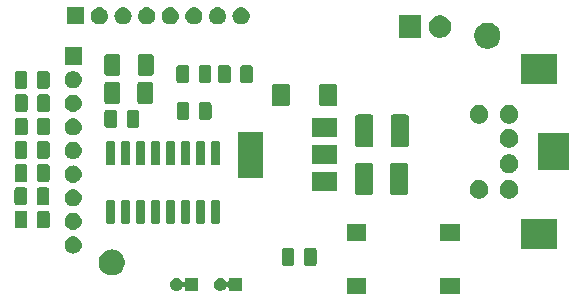
<source format=gbr>
G04 #@! TF.GenerationSoftware,KiCad,Pcbnew,(5.1.2-1)-1*
G04 #@! TF.CreationDate,2022-01-26T01:19:45+00:00*
G04 #@! TF.ProjectId,mz25key,6d7a3235-6b65-4792-9e6b-696361645f70,rev?*
G04 #@! TF.SameCoordinates,Original*
G04 #@! TF.FileFunction,Soldermask,Top*
G04 #@! TF.FilePolarity,Negative*
%FSLAX46Y46*%
G04 Gerber Fmt 4.6, Leading zero omitted, Abs format (unit mm)*
G04 Created by KiCad (PCBNEW (5.1.2-1)-1) date 2022-01-26 01:19:45*
%MOMM*%
%LPD*%
G04 APERTURE LIST*
%ADD10C,0.100000*%
G04 APERTURE END LIST*
D10*
G36*
X88671000Y-105391000D02*
G01*
X87019000Y-105391000D01*
X87019000Y-103989000D01*
X88671000Y-103989000D01*
X88671000Y-105391000D01*
X88671000Y-105391000D01*
G37*
G36*
X80721000Y-105391000D02*
G01*
X79069000Y-105391000D01*
X79069000Y-103989000D01*
X80721000Y-103989000D01*
X80721000Y-105391000D01*
X80721000Y-105391000D01*
G37*
G36*
X68478015Y-104016973D02*
G01*
X68581879Y-104048479D01*
X68609055Y-104063005D01*
X68677600Y-104099643D01*
X68761501Y-104168499D01*
X68830356Y-104252400D01*
X68853764Y-104296193D01*
X68867375Y-104316563D01*
X68884702Y-104333890D01*
X68905076Y-104347504D01*
X68927715Y-104356881D01*
X68951748Y-104361662D01*
X68976252Y-104361662D01*
X69000286Y-104356882D01*
X69022924Y-104347505D01*
X69043299Y-104333891D01*
X69060626Y-104316564D01*
X69074240Y-104296190D01*
X69083617Y-104273551D01*
X69088398Y-104249518D01*
X69089000Y-104237265D01*
X69089000Y-104009000D01*
X70191000Y-104009000D01*
X70191000Y-105111000D01*
X69089000Y-105111000D01*
X69089000Y-104882735D01*
X69086598Y-104858349D01*
X69079485Y-104834900D01*
X69067934Y-104813289D01*
X69052389Y-104794347D01*
X69033447Y-104778802D01*
X69011836Y-104767251D01*
X68988387Y-104760138D01*
X68964001Y-104757736D01*
X68939615Y-104760138D01*
X68916166Y-104767251D01*
X68894555Y-104778802D01*
X68875613Y-104794347D01*
X68860068Y-104813289D01*
X68853767Y-104823802D01*
X68830356Y-104867600D01*
X68830355Y-104867601D01*
X68761501Y-104951501D01*
X68677600Y-105020357D01*
X68609055Y-105056995D01*
X68581879Y-105071521D01*
X68478015Y-105103027D01*
X68397067Y-105111000D01*
X68342933Y-105111000D01*
X68261985Y-105103027D01*
X68158121Y-105071521D01*
X68130945Y-105056995D01*
X68062400Y-105020357D01*
X67978499Y-104951501D01*
X67909643Y-104867600D01*
X67870489Y-104794347D01*
X67858479Y-104771879D01*
X67826973Y-104668015D01*
X67816334Y-104560000D01*
X67826973Y-104451985D01*
X67858479Y-104348121D01*
X67898338Y-104273551D01*
X67909643Y-104252400D01*
X67978499Y-104168499D01*
X68062400Y-104099643D01*
X68130945Y-104063005D01*
X68158121Y-104048479D01*
X68261985Y-104016973D01*
X68342933Y-104009000D01*
X68397067Y-104009000D01*
X68478015Y-104016973D01*
X68478015Y-104016973D01*
G37*
G36*
X64778015Y-104016973D02*
G01*
X64881879Y-104048479D01*
X64909055Y-104063005D01*
X64977600Y-104099643D01*
X65061501Y-104168499D01*
X65130356Y-104252400D01*
X65153764Y-104296193D01*
X65167375Y-104316563D01*
X65184702Y-104333890D01*
X65205076Y-104347504D01*
X65227715Y-104356881D01*
X65251748Y-104361662D01*
X65276252Y-104361662D01*
X65300286Y-104356882D01*
X65322924Y-104347505D01*
X65343299Y-104333891D01*
X65360626Y-104316564D01*
X65374240Y-104296190D01*
X65383617Y-104273551D01*
X65388398Y-104249518D01*
X65389000Y-104237265D01*
X65389000Y-104009000D01*
X66491000Y-104009000D01*
X66491000Y-105111000D01*
X65389000Y-105111000D01*
X65389000Y-104882735D01*
X65386598Y-104858349D01*
X65379485Y-104834900D01*
X65367934Y-104813289D01*
X65352389Y-104794347D01*
X65333447Y-104778802D01*
X65311836Y-104767251D01*
X65288387Y-104760138D01*
X65264001Y-104757736D01*
X65239615Y-104760138D01*
X65216166Y-104767251D01*
X65194555Y-104778802D01*
X65175613Y-104794347D01*
X65160068Y-104813289D01*
X65153767Y-104823802D01*
X65130356Y-104867600D01*
X65130355Y-104867601D01*
X65061501Y-104951501D01*
X64977600Y-105020357D01*
X64909055Y-105056995D01*
X64881879Y-105071521D01*
X64778015Y-105103027D01*
X64697067Y-105111000D01*
X64642933Y-105111000D01*
X64561985Y-105103027D01*
X64458121Y-105071521D01*
X64430945Y-105056995D01*
X64362400Y-105020357D01*
X64278499Y-104951501D01*
X64209643Y-104867600D01*
X64170489Y-104794347D01*
X64158479Y-104771879D01*
X64126973Y-104668015D01*
X64116334Y-104560000D01*
X64126973Y-104451985D01*
X64158479Y-104348121D01*
X64198338Y-104273551D01*
X64209643Y-104252400D01*
X64278499Y-104168499D01*
X64362400Y-104099643D01*
X64430945Y-104063005D01*
X64458121Y-104048479D01*
X64561985Y-104016973D01*
X64642933Y-104009000D01*
X64697067Y-104009000D01*
X64778015Y-104016973D01*
X64778015Y-104016973D01*
G37*
G36*
X59347964Y-101606862D02*
G01*
X59521150Y-101641311D01*
X59621334Y-101682809D01*
X59721520Y-101724307D01*
X59901844Y-101844795D01*
X60055205Y-101998156D01*
X60175693Y-102178480D01*
X60175693Y-102178481D01*
X60258689Y-102378850D01*
X60301000Y-102591561D01*
X60301000Y-102808439D01*
X60267705Y-102975826D01*
X60258689Y-103021149D01*
X60175693Y-103221520D01*
X60055205Y-103401844D01*
X59901844Y-103555205D01*
X59721520Y-103675693D01*
X59621334Y-103717191D01*
X59521150Y-103758689D01*
X59414794Y-103779845D01*
X59308440Y-103801000D01*
X59091560Y-103801000D01*
X58985206Y-103779845D01*
X58878850Y-103758689D01*
X58778666Y-103717191D01*
X58678480Y-103675693D01*
X58498156Y-103555205D01*
X58344795Y-103401844D01*
X58224307Y-103221520D01*
X58141311Y-103021149D01*
X58132296Y-102975826D01*
X58099000Y-102808439D01*
X58099000Y-102591561D01*
X58141311Y-102378850D01*
X58224307Y-102178481D01*
X58224307Y-102178480D01*
X58344795Y-101998156D01*
X58498156Y-101844795D01*
X58678480Y-101724307D01*
X58778666Y-101682809D01*
X58878850Y-101641311D01*
X59052036Y-101606862D01*
X59091560Y-101599000D01*
X59308440Y-101599000D01*
X59347964Y-101606862D01*
X59347964Y-101606862D01*
G37*
G36*
X76369468Y-101483565D02*
G01*
X76408138Y-101495296D01*
X76443777Y-101514346D01*
X76475017Y-101539983D01*
X76500654Y-101571223D01*
X76519704Y-101606862D01*
X76531435Y-101645532D01*
X76536000Y-101691888D01*
X76536000Y-102768112D01*
X76531435Y-102814468D01*
X76519704Y-102853138D01*
X76500654Y-102888777D01*
X76475017Y-102920017D01*
X76443777Y-102945654D01*
X76408138Y-102964704D01*
X76369468Y-102976435D01*
X76323112Y-102981000D01*
X75671888Y-102981000D01*
X75625532Y-102976435D01*
X75586862Y-102964704D01*
X75551223Y-102945654D01*
X75519983Y-102920017D01*
X75494346Y-102888777D01*
X75475296Y-102853138D01*
X75463565Y-102814468D01*
X75459000Y-102768112D01*
X75459000Y-101691888D01*
X75463565Y-101645532D01*
X75475296Y-101606862D01*
X75494346Y-101571223D01*
X75519983Y-101539983D01*
X75551223Y-101514346D01*
X75586862Y-101495296D01*
X75625532Y-101483565D01*
X75671888Y-101479000D01*
X76323112Y-101479000D01*
X76369468Y-101483565D01*
X76369468Y-101483565D01*
G37*
G36*
X74494468Y-101483565D02*
G01*
X74533138Y-101495296D01*
X74568777Y-101514346D01*
X74600017Y-101539983D01*
X74625654Y-101571223D01*
X74644704Y-101606862D01*
X74656435Y-101645532D01*
X74661000Y-101691888D01*
X74661000Y-102768112D01*
X74656435Y-102814468D01*
X74644704Y-102853138D01*
X74625654Y-102888777D01*
X74600017Y-102920017D01*
X74568777Y-102945654D01*
X74533138Y-102964704D01*
X74494468Y-102976435D01*
X74448112Y-102981000D01*
X73796888Y-102981000D01*
X73750532Y-102976435D01*
X73711862Y-102964704D01*
X73676223Y-102945654D01*
X73644983Y-102920017D01*
X73619346Y-102888777D01*
X73600296Y-102853138D01*
X73588565Y-102814468D01*
X73584000Y-102768112D01*
X73584000Y-101691888D01*
X73588565Y-101645532D01*
X73600296Y-101606862D01*
X73619346Y-101571223D01*
X73644983Y-101539983D01*
X73676223Y-101514346D01*
X73711862Y-101495296D01*
X73750532Y-101483565D01*
X73796888Y-101479000D01*
X74448112Y-101479000D01*
X74494468Y-101483565D01*
X74494468Y-101483565D01*
G37*
G36*
X55991213Y-100497502D02*
G01*
X56062321Y-100504505D01*
X56199172Y-100546019D01*
X56199175Y-100546020D01*
X56325294Y-100613432D01*
X56435843Y-100704157D01*
X56526568Y-100814706D01*
X56593980Y-100940825D01*
X56593981Y-100940828D01*
X56635495Y-101077679D01*
X56649512Y-101220000D01*
X56635495Y-101362321D01*
X56600100Y-101479000D01*
X56593980Y-101499175D01*
X56526568Y-101625294D01*
X56435843Y-101735843D01*
X56325294Y-101826568D01*
X56199175Y-101893980D01*
X56199172Y-101893981D01*
X56062321Y-101935495D01*
X55991213Y-101942498D01*
X55955660Y-101946000D01*
X55884340Y-101946000D01*
X55848787Y-101942498D01*
X55777679Y-101935495D01*
X55640828Y-101893981D01*
X55640825Y-101893980D01*
X55514706Y-101826568D01*
X55404157Y-101735843D01*
X55313432Y-101625294D01*
X55246020Y-101499175D01*
X55239900Y-101479000D01*
X55204505Y-101362321D01*
X55190488Y-101220000D01*
X55204505Y-101077679D01*
X55246019Y-100940828D01*
X55246020Y-100940825D01*
X55313432Y-100814706D01*
X55404157Y-100704157D01*
X55514706Y-100613432D01*
X55640825Y-100546020D01*
X55640828Y-100546019D01*
X55777679Y-100504505D01*
X55848787Y-100497502D01*
X55884340Y-100494000D01*
X55955660Y-100494000D01*
X55991213Y-100497502D01*
X55991213Y-100497502D01*
G37*
G36*
X96911000Y-101606000D02*
G01*
X93809000Y-101606000D01*
X93809000Y-99004000D01*
X96911000Y-99004000D01*
X96911000Y-101606000D01*
X96911000Y-101606000D01*
G37*
G36*
X88671000Y-100891000D02*
G01*
X87019000Y-100891000D01*
X87019000Y-99489000D01*
X88671000Y-99489000D01*
X88671000Y-100891000D01*
X88671000Y-100891000D01*
G37*
G36*
X80721000Y-100891000D02*
G01*
X79069000Y-100891000D01*
X79069000Y-99489000D01*
X80721000Y-99489000D01*
X80721000Y-100891000D01*
X80721000Y-100891000D01*
G37*
G36*
X55991213Y-98497502D02*
G01*
X56062321Y-98504505D01*
X56199172Y-98546019D01*
X56199175Y-98546020D01*
X56325294Y-98613432D01*
X56435843Y-98704157D01*
X56526568Y-98814706D01*
X56593980Y-98940825D01*
X56593981Y-98940828D01*
X56635495Y-99077679D01*
X56649512Y-99220000D01*
X56635495Y-99362321D01*
X56597067Y-99489000D01*
X56593980Y-99499175D01*
X56526568Y-99625294D01*
X56435843Y-99735843D01*
X56325294Y-99826568D01*
X56199175Y-99893980D01*
X56199172Y-99893981D01*
X56062321Y-99935495D01*
X55991213Y-99942498D01*
X55955660Y-99946000D01*
X55884340Y-99946000D01*
X55848787Y-99942498D01*
X55777679Y-99935495D01*
X55640828Y-99893981D01*
X55640825Y-99893980D01*
X55514706Y-99826568D01*
X55404157Y-99735843D01*
X55313432Y-99625294D01*
X55246020Y-99499175D01*
X55242933Y-99489000D01*
X55204505Y-99362321D01*
X55190488Y-99220000D01*
X55204505Y-99077679D01*
X55246019Y-98940828D01*
X55246020Y-98940825D01*
X55313432Y-98814706D01*
X55404157Y-98704157D01*
X55514706Y-98613432D01*
X55640825Y-98546020D01*
X55640828Y-98546019D01*
X55777679Y-98504505D01*
X55848787Y-98497502D01*
X55884340Y-98494000D01*
X55955660Y-98494000D01*
X55991213Y-98497502D01*
X55991213Y-98497502D01*
G37*
G36*
X53759468Y-98313565D02*
G01*
X53798138Y-98325296D01*
X53833777Y-98344346D01*
X53865017Y-98369983D01*
X53890654Y-98401223D01*
X53909704Y-98436862D01*
X53921435Y-98475532D01*
X53926000Y-98521888D01*
X53926000Y-99598112D01*
X53921435Y-99644468D01*
X53909704Y-99683138D01*
X53890654Y-99718777D01*
X53865017Y-99750017D01*
X53833777Y-99775654D01*
X53798138Y-99794704D01*
X53759468Y-99806435D01*
X53713112Y-99811000D01*
X53061888Y-99811000D01*
X53015532Y-99806435D01*
X52976862Y-99794704D01*
X52941223Y-99775654D01*
X52909983Y-99750017D01*
X52884346Y-99718777D01*
X52865296Y-99683138D01*
X52853565Y-99644468D01*
X52849000Y-99598112D01*
X52849000Y-98521888D01*
X52853565Y-98475532D01*
X52865296Y-98436862D01*
X52884346Y-98401223D01*
X52909983Y-98369983D01*
X52941223Y-98344346D01*
X52976862Y-98325296D01*
X53015532Y-98313565D01*
X53061888Y-98309000D01*
X53713112Y-98309000D01*
X53759468Y-98313565D01*
X53759468Y-98313565D01*
G37*
G36*
X51884468Y-98313565D02*
G01*
X51923138Y-98325296D01*
X51958777Y-98344346D01*
X51990017Y-98369983D01*
X52015654Y-98401223D01*
X52034704Y-98436862D01*
X52046435Y-98475532D01*
X52051000Y-98521888D01*
X52051000Y-99598112D01*
X52046435Y-99644468D01*
X52034704Y-99683138D01*
X52015654Y-99718777D01*
X51990017Y-99750017D01*
X51958777Y-99775654D01*
X51923138Y-99794704D01*
X51884468Y-99806435D01*
X51838112Y-99811000D01*
X51186888Y-99811000D01*
X51140532Y-99806435D01*
X51101862Y-99794704D01*
X51066223Y-99775654D01*
X51034983Y-99750017D01*
X51009346Y-99718777D01*
X50990296Y-99683138D01*
X50978565Y-99644468D01*
X50974000Y-99598112D01*
X50974000Y-98521888D01*
X50978565Y-98475532D01*
X50990296Y-98436862D01*
X51009346Y-98401223D01*
X51034983Y-98369983D01*
X51066223Y-98344346D01*
X51101862Y-98325296D01*
X51140532Y-98313565D01*
X51186888Y-98309000D01*
X51838112Y-98309000D01*
X51884468Y-98313565D01*
X51884468Y-98313565D01*
G37*
G36*
X64424928Y-97391764D02*
G01*
X64446009Y-97398160D01*
X64465445Y-97408548D01*
X64482476Y-97422524D01*
X64496452Y-97439555D01*
X64506840Y-97458991D01*
X64513236Y-97480072D01*
X64516000Y-97508140D01*
X64516000Y-99321860D01*
X64513236Y-99349928D01*
X64506840Y-99371009D01*
X64496452Y-99390445D01*
X64482476Y-99407476D01*
X64465445Y-99421452D01*
X64446009Y-99431840D01*
X64424928Y-99438236D01*
X64396860Y-99441000D01*
X63933140Y-99441000D01*
X63905072Y-99438236D01*
X63883991Y-99431840D01*
X63864555Y-99421452D01*
X63847524Y-99407476D01*
X63833548Y-99390445D01*
X63823160Y-99371009D01*
X63816764Y-99349928D01*
X63814000Y-99321860D01*
X63814000Y-97508140D01*
X63816764Y-97480072D01*
X63823160Y-97458991D01*
X63833548Y-97439555D01*
X63847524Y-97422524D01*
X63864555Y-97408548D01*
X63883991Y-97398160D01*
X63905072Y-97391764D01*
X63933140Y-97389000D01*
X64396860Y-97389000D01*
X64424928Y-97391764D01*
X64424928Y-97391764D01*
G37*
G36*
X68234928Y-97391764D02*
G01*
X68256009Y-97398160D01*
X68275445Y-97408548D01*
X68292476Y-97422524D01*
X68306452Y-97439555D01*
X68316840Y-97458991D01*
X68323236Y-97480072D01*
X68326000Y-97508140D01*
X68326000Y-99321860D01*
X68323236Y-99349928D01*
X68316840Y-99371009D01*
X68306452Y-99390445D01*
X68292476Y-99407476D01*
X68275445Y-99421452D01*
X68256009Y-99431840D01*
X68234928Y-99438236D01*
X68206860Y-99441000D01*
X67743140Y-99441000D01*
X67715072Y-99438236D01*
X67693991Y-99431840D01*
X67674555Y-99421452D01*
X67657524Y-99407476D01*
X67643548Y-99390445D01*
X67633160Y-99371009D01*
X67626764Y-99349928D01*
X67624000Y-99321860D01*
X67624000Y-97508140D01*
X67626764Y-97480072D01*
X67633160Y-97458991D01*
X67643548Y-97439555D01*
X67657524Y-97422524D01*
X67674555Y-97408548D01*
X67693991Y-97398160D01*
X67715072Y-97391764D01*
X67743140Y-97389000D01*
X68206860Y-97389000D01*
X68234928Y-97391764D01*
X68234928Y-97391764D01*
G37*
G36*
X66964928Y-97391764D02*
G01*
X66986009Y-97398160D01*
X67005445Y-97408548D01*
X67022476Y-97422524D01*
X67036452Y-97439555D01*
X67046840Y-97458991D01*
X67053236Y-97480072D01*
X67056000Y-97508140D01*
X67056000Y-99321860D01*
X67053236Y-99349928D01*
X67046840Y-99371009D01*
X67036452Y-99390445D01*
X67022476Y-99407476D01*
X67005445Y-99421452D01*
X66986009Y-99431840D01*
X66964928Y-99438236D01*
X66936860Y-99441000D01*
X66473140Y-99441000D01*
X66445072Y-99438236D01*
X66423991Y-99431840D01*
X66404555Y-99421452D01*
X66387524Y-99407476D01*
X66373548Y-99390445D01*
X66363160Y-99371009D01*
X66356764Y-99349928D01*
X66354000Y-99321860D01*
X66354000Y-97508140D01*
X66356764Y-97480072D01*
X66363160Y-97458991D01*
X66373548Y-97439555D01*
X66387524Y-97422524D01*
X66404555Y-97408548D01*
X66423991Y-97398160D01*
X66445072Y-97391764D01*
X66473140Y-97389000D01*
X66936860Y-97389000D01*
X66964928Y-97391764D01*
X66964928Y-97391764D01*
G37*
G36*
X65694928Y-97391764D02*
G01*
X65716009Y-97398160D01*
X65735445Y-97408548D01*
X65752476Y-97422524D01*
X65766452Y-97439555D01*
X65776840Y-97458991D01*
X65783236Y-97480072D01*
X65786000Y-97508140D01*
X65786000Y-99321860D01*
X65783236Y-99349928D01*
X65776840Y-99371009D01*
X65766452Y-99390445D01*
X65752476Y-99407476D01*
X65735445Y-99421452D01*
X65716009Y-99431840D01*
X65694928Y-99438236D01*
X65666860Y-99441000D01*
X65203140Y-99441000D01*
X65175072Y-99438236D01*
X65153991Y-99431840D01*
X65134555Y-99421452D01*
X65117524Y-99407476D01*
X65103548Y-99390445D01*
X65093160Y-99371009D01*
X65086764Y-99349928D01*
X65084000Y-99321860D01*
X65084000Y-97508140D01*
X65086764Y-97480072D01*
X65093160Y-97458991D01*
X65103548Y-97439555D01*
X65117524Y-97422524D01*
X65134555Y-97408548D01*
X65153991Y-97398160D01*
X65175072Y-97391764D01*
X65203140Y-97389000D01*
X65666860Y-97389000D01*
X65694928Y-97391764D01*
X65694928Y-97391764D01*
G37*
G36*
X63154928Y-97391764D02*
G01*
X63176009Y-97398160D01*
X63195445Y-97408548D01*
X63212476Y-97422524D01*
X63226452Y-97439555D01*
X63236840Y-97458991D01*
X63243236Y-97480072D01*
X63246000Y-97508140D01*
X63246000Y-99321860D01*
X63243236Y-99349928D01*
X63236840Y-99371009D01*
X63226452Y-99390445D01*
X63212476Y-99407476D01*
X63195445Y-99421452D01*
X63176009Y-99431840D01*
X63154928Y-99438236D01*
X63126860Y-99441000D01*
X62663140Y-99441000D01*
X62635072Y-99438236D01*
X62613991Y-99431840D01*
X62594555Y-99421452D01*
X62577524Y-99407476D01*
X62563548Y-99390445D01*
X62553160Y-99371009D01*
X62546764Y-99349928D01*
X62544000Y-99321860D01*
X62544000Y-97508140D01*
X62546764Y-97480072D01*
X62553160Y-97458991D01*
X62563548Y-97439555D01*
X62577524Y-97422524D01*
X62594555Y-97408548D01*
X62613991Y-97398160D01*
X62635072Y-97391764D01*
X62663140Y-97389000D01*
X63126860Y-97389000D01*
X63154928Y-97391764D01*
X63154928Y-97391764D01*
G37*
G36*
X61884928Y-97391764D02*
G01*
X61906009Y-97398160D01*
X61925445Y-97408548D01*
X61942476Y-97422524D01*
X61956452Y-97439555D01*
X61966840Y-97458991D01*
X61973236Y-97480072D01*
X61976000Y-97508140D01*
X61976000Y-99321860D01*
X61973236Y-99349928D01*
X61966840Y-99371009D01*
X61956452Y-99390445D01*
X61942476Y-99407476D01*
X61925445Y-99421452D01*
X61906009Y-99431840D01*
X61884928Y-99438236D01*
X61856860Y-99441000D01*
X61393140Y-99441000D01*
X61365072Y-99438236D01*
X61343991Y-99431840D01*
X61324555Y-99421452D01*
X61307524Y-99407476D01*
X61293548Y-99390445D01*
X61283160Y-99371009D01*
X61276764Y-99349928D01*
X61274000Y-99321860D01*
X61274000Y-97508140D01*
X61276764Y-97480072D01*
X61283160Y-97458991D01*
X61293548Y-97439555D01*
X61307524Y-97422524D01*
X61324555Y-97408548D01*
X61343991Y-97398160D01*
X61365072Y-97391764D01*
X61393140Y-97389000D01*
X61856860Y-97389000D01*
X61884928Y-97391764D01*
X61884928Y-97391764D01*
G37*
G36*
X60614928Y-97391764D02*
G01*
X60636009Y-97398160D01*
X60655445Y-97408548D01*
X60672476Y-97422524D01*
X60686452Y-97439555D01*
X60696840Y-97458991D01*
X60703236Y-97480072D01*
X60706000Y-97508140D01*
X60706000Y-99321860D01*
X60703236Y-99349928D01*
X60696840Y-99371009D01*
X60686452Y-99390445D01*
X60672476Y-99407476D01*
X60655445Y-99421452D01*
X60636009Y-99431840D01*
X60614928Y-99438236D01*
X60586860Y-99441000D01*
X60123140Y-99441000D01*
X60095072Y-99438236D01*
X60073991Y-99431840D01*
X60054555Y-99421452D01*
X60037524Y-99407476D01*
X60023548Y-99390445D01*
X60013160Y-99371009D01*
X60006764Y-99349928D01*
X60004000Y-99321860D01*
X60004000Y-97508140D01*
X60006764Y-97480072D01*
X60013160Y-97458991D01*
X60023548Y-97439555D01*
X60037524Y-97422524D01*
X60054555Y-97408548D01*
X60073991Y-97398160D01*
X60095072Y-97391764D01*
X60123140Y-97389000D01*
X60586860Y-97389000D01*
X60614928Y-97391764D01*
X60614928Y-97391764D01*
G37*
G36*
X59344928Y-97391764D02*
G01*
X59366009Y-97398160D01*
X59385445Y-97408548D01*
X59402476Y-97422524D01*
X59416452Y-97439555D01*
X59426840Y-97458991D01*
X59433236Y-97480072D01*
X59436000Y-97508140D01*
X59436000Y-99321860D01*
X59433236Y-99349928D01*
X59426840Y-99371009D01*
X59416452Y-99390445D01*
X59402476Y-99407476D01*
X59385445Y-99421452D01*
X59366009Y-99431840D01*
X59344928Y-99438236D01*
X59316860Y-99441000D01*
X58853140Y-99441000D01*
X58825072Y-99438236D01*
X58803991Y-99431840D01*
X58784555Y-99421452D01*
X58767524Y-99407476D01*
X58753548Y-99390445D01*
X58743160Y-99371009D01*
X58736764Y-99349928D01*
X58734000Y-99321860D01*
X58734000Y-97508140D01*
X58736764Y-97480072D01*
X58743160Y-97458991D01*
X58753548Y-97439555D01*
X58767524Y-97422524D01*
X58784555Y-97408548D01*
X58803991Y-97398160D01*
X58825072Y-97391764D01*
X58853140Y-97389000D01*
X59316860Y-97389000D01*
X59344928Y-97391764D01*
X59344928Y-97391764D01*
G37*
G36*
X55991213Y-96497502D02*
G01*
X56062321Y-96504505D01*
X56199172Y-96546019D01*
X56199175Y-96546020D01*
X56325294Y-96613432D01*
X56435843Y-96704157D01*
X56526568Y-96814706D01*
X56593980Y-96940825D01*
X56593981Y-96940828D01*
X56635495Y-97077679D01*
X56649512Y-97220000D01*
X56635495Y-97362321D01*
X56606170Y-97458991D01*
X56593980Y-97499175D01*
X56526568Y-97625294D01*
X56435843Y-97735843D01*
X56325294Y-97826568D01*
X56199175Y-97893980D01*
X56199172Y-97893981D01*
X56062321Y-97935495D01*
X55991213Y-97942498D01*
X55955660Y-97946000D01*
X55884340Y-97946000D01*
X55848787Y-97942498D01*
X55777679Y-97935495D01*
X55640828Y-97893981D01*
X55640825Y-97893980D01*
X55514706Y-97826568D01*
X55404157Y-97735843D01*
X55313432Y-97625294D01*
X55246020Y-97499175D01*
X55233830Y-97458991D01*
X55204505Y-97362321D01*
X55190488Y-97220000D01*
X55204505Y-97077679D01*
X55246019Y-96940828D01*
X55246020Y-96940825D01*
X55313432Y-96814706D01*
X55404157Y-96704157D01*
X55514706Y-96613432D01*
X55640825Y-96546020D01*
X55640828Y-96546019D01*
X55777679Y-96504505D01*
X55848787Y-96497502D01*
X55884340Y-96494000D01*
X55955660Y-96494000D01*
X55991213Y-96497502D01*
X55991213Y-96497502D01*
G37*
G36*
X53739468Y-96353565D02*
G01*
X53778138Y-96365296D01*
X53813777Y-96384346D01*
X53845017Y-96409983D01*
X53870654Y-96441223D01*
X53889704Y-96476862D01*
X53901435Y-96515532D01*
X53906000Y-96561888D01*
X53906000Y-97638112D01*
X53901435Y-97684468D01*
X53889704Y-97723138D01*
X53870654Y-97758777D01*
X53845017Y-97790017D01*
X53813777Y-97815654D01*
X53778138Y-97834704D01*
X53739468Y-97846435D01*
X53693112Y-97851000D01*
X53041888Y-97851000D01*
X52995532Y-97846435D01*
X52956862Y-97834704D01*
X52921223Y-97815654D01*
X52889983Y-97790017D01*
X52864346Y-97758777D01*
X52845296Y-97723138D01*
X52833565Y-97684468D01*
X52829000Y-97638112D01*
X52829000Y-96561888D01*
X52833565Y-96515532D01*
X52845296Y-96476862D01*
X52864346Y-96441223D01*
X52889983Y-96409983D01*
X52921223Y-96384346D01*
X52956862Y-96365296D01*
X52995532Y-96353565D01*
X53041888Y-96349000D01*
X53693112Y-96349000D01*
X53739468Y-96353565D01*
X53739468Y-96353565D01*
G37*
G36*
X51864468Y-96353565D02*
G01*
X51903138Y-96365296D01*
X51938777Y-96384346D01*
X51970017Y-96409983D01*
X51995654Y-96441223D01*
X52014704Y-96476862D01*
X52026435Y-96515532D01*
X52031000Y-96561888D01*
X52031000Y-97638112D01*
X52026435Y-97684468D01*
X52014704Y-97723138D01*
X51995654Y-97758777D01*
X51970017Y-97790017D01*
X51938777Y-97815654D01*
X51903138Y-97834704D01*
X51864468Y-97846435D01*
X51818112Y-97851000D01*
X51166888Y-97851000D01*
X51120532Y-97846435D01*
X51081862Y-97834704D01*
X51046223Y-97815654D01*
X51014983Y-97790017D01*
X50989346Y-97758777D01*
X50970296Y-97723138D01*
X50958565Y-97684468D01*
X50954000Y-97638112D01*
X50954000Y-96561888D01*
X50958565Y-96515532D01*
X50970296Y-96476862D01*
X50989346Y-96441223D01*
X51014983Y-96409983D01*
X51046223Y-96384346D01*
X51081862Y-96365296D01*
X51120532Y-96353565D01*
X51166888Y-96349000D01*
X51818112Y-96349000D01*
X51864468Y-96353565D01*
X51864468Y-96353565D01*
G37*
G36*
X93053642Y-95724781D02*
G01*
X93199414Y-95785162D01*
X93199416Y-95785163D01*
X93330608Y-95872822D01*
X93442178Y-95984392D01*
X93529837Y-96115584D01*
X93529838Y-96115586D01*
X93590219Y-96261358D01*
X93621000Y-96416107D01*
X93621000Y-96573893D01*
X93590219Y-96728642D01*
X93559375Y-96803105D01*
X93529837Y-96874416D01*
X93442178Y-97005608D01*
X93330608Y-97117178D01*
X93199416Y-97204837D01*
X93199415Y-97204838D01*
X93199414Y-97204838D01*
X93053642Y-97265219D01*
X92898893Y-97296000D01*
X92741107Y-97296000D01*
X92586358Y-97265219D01*
X92440586Y-97204838D01*
X92440585Y-97204838D01*
X92440584Y-97204837D01*
X92309392Y-97117178D01*
X92197822Y-97005608D01*
X92110163Y-96874416D01*
X92080625Y-96803105D01*
X92049781Y-96728642D01*
X92019000Y-96573893D01*
X92019000Y-96416107D01*
X92049781Y-96261358D01*
X92110162Y-96115586D01*
X92110163Y-96115584D01*
X92197822Y-95984392D01*
X92309392Y-95872822D01*
X92440584Y-95785163D01*
X92440586Y-95785162D01*
X92586358Y-95724781D01*
X92741107Y-95694000D01*
X92898893Y-95694000D01*
X93053642Y-95724781D01*
X93053642Y-95724781D01*
G37*
G36*
X90513642Y-95724781D02*
G01*
X90659414Y-95785162D01*
X90659416Y-95785163D01*
X90790608Y-95872822D01*
X90902178Y-95984392D01*
X90989837Y-96115584D01*
X90989838Y-96115586D01*
X91050219Y-96261358D01*
X91081000Y-96416107D01*
X91081000Y-96573893D01*
X91050219Y-96728642D01*
X91019375Y-96803105D01*
X90989837Y-96874416D01*
X90902178Y-97005608D01*
X90790608Y-97117178D01*
X90659416Y-97204837D01*
X90659415Y-97204838D01*
X90659414Y-97204838D01*
X90513642Y-97265219D01*
X90358893Y-97296000D01*
X90201107Y-97296000D01*
X90046358Y-97265219D01*
X89900586Y-97204838D01*
X89900585Y-97204838D01*
X89900584Y-97204837D01*
X89769392Y-97117178D01*
X89657822Y-97005608D01*
X89570163Y-96874416D01*
X89540625Y-96803105D01*
X89509781Y-96728642D01*
X89479000Y-96573893D01*
X89479000Y-96416107D01*
X89509781Y-96261358D01*
X89570162Y-96115586D01*
X89570163Y-96115584D01*
X89657822Y-95984392D01*
X89769392Y-95872822D01*
X89900584Y-95785163D01*
X89900586Y-95785162D01*
X90046358Y-95724781D01*
X90201107Y-95694000D01*
X90358893Y-95694000D01*
X90513642Y-95724781D01*
X90513642Y-95724781D01*
G37*
G36*
X81155562Y-94248181D02*
G01*
X81190481Y-94258774D01*
X81222663Y-94275976D01*
X81250873Y-94299127D01*
X81274024Y-94327337D01*
X81291226Y-94359519D01*
X81301819Y-94394438D01*
X81306000Y-94436895D01*
X81306000Y-96803105D01*
X81301819Y-96845562D01*
X81291226Y-96880481D01*
X81274024Y-96912663D01*
X81250873Y-96940873D01*
X81222663Y-96964024D01*
X81190481Y-96981226D01*
X81155562Y-96991819D01*
X81113105Y-96996000D01*
X79971895Y-96996000D01*
X79929438Y-96991819D01*
X79894519Y-96981226D01*
X79862337Y-96964024D01*
X79834127Y-96940873D01*
X79810976Y-96912663D01*
X79793774Y-96880481D01*
X79783181Y-96845562D01*
X79779000Y-96803105D01*
X79779000Y-94436895D01*
X79783181Y-94394438D01*
X79793774Y-94359519D01*
X79810976Y-94327337D01*
X79834127Y-94299127D01*
X79862337Y-94275976D01*
X79894519Y-94258774D01*
X79929438Y-94248181D01*
X79971895Y-94244000D01*
X81113105Y-94244000D01*
X81155562Y-94248181D01*
X81155562Y-94248181D01*
G37*
G36*
X84130562Y-94248181D02*
G01*
X84165481Y-94258774D01*
X84197663Y-94275976D01*
X84225873Y-94299127D01*
X84249024Y-94327337D01*
X84266226Y-94359519D01*
X84276819Y-94394438D01*
X84281000Y-94436895D01*
X84281000Y-96803105D01*
X84276819Y-96845562D01*
X84266226Y-96880481D01*
X84249024Y-96912663D01*
X84225873Y-96940873D01*
X84197663Y-96964024D01*
X84165481Y-96981226D01*
X84130562Y-96991819D01*
X84088105Y-96996000D01*
X82946895Y-96996000D01*
X82904438Y-96991819D01*
X82869519Y-96981226D01*
X82837337Y-96964024D01*
X82809127Y-96940873D01*
X82785976Y-96912663D01*
X82768774Y-96880481D01*
X82758181Y-96845562D01*
X82754000Y-96803105D01*
X82754000Y-94436895D01*
X82758181Y-94394438D01*
X82768774Y-94359519D01*
X82785976Y-94327337D01*
X82809127Y-94299127D01*
X82837337Y-94275976D01*
X82869519Y-94258774D01*
X82904438Y-94248181D01*
X82946895Y-94244000D01*
X84088105Y-94244000D01*
X84130562Y-94248181D01*
X84130562Y-94248181D01*
G37*
G36*
X78281000Y-96671000D02*
G01*
X76179000Y-96671000D01*
X76179000Y-95069000D01*
X78281000Y-95069000D01*
X78281000Y-96671000D01*
X78281000Y-96671000D01*
G37*
G36*
X55991213Y-94497502D02*
G01*
X56062321Y-94504505D01*
X56199172Y-94546019D01*
X56199175Y-94546020D01*
X56325294Y-94613432D01*
X56435843Y-94704157D01*
X56526568Y-94814706D01*
X56593980Y-94940825D01*
X56593981Y-94940828D01*
X56635495Y-95077679D01*
X56649512Y-95220000D01*
X56635495Y-95362321D01*
X56593981Y-95499172D01*
X56593980Y-95499175D01*
X56526568Y-95625294D01*
X56435843Y-95735843D01*
X56325294Y-95826568D01*
X56199175Y-95893980D01*
X56199172Y-95893981D01*
X56062321Y-95935495D01*
X55991213Y-95942498D01*
X55955660Y-95946000D01*
X55884340Y-95946000D01*
X55848787Y-95942498D01*
X55777679Y-95935495D01*
X55640828Y-95893981D01*
X55640825Y-95893980D01*
X55514706Y-95826568D01*
X55404157Y-95735843D01*
X55313432Y-95625294D01*
X55246020Y-95499175D01*
X55246019Y-95499172D01*
X55204505Y-95362321D01*
X55190488Y-95220000D01*
X55204505Y-95077679D01*
X55246019Y-94940828D01*
X55246020Y-94940825D01*
X55313432Y-94814706D01*
X55404157Y-94704157D01*
X55514706Y-94613432D01*
X55640825Y-94546020D01*
X55640828Y-94546019D01*
X55777679Y-94504505D01*
X55848787Y-94497502D01*
X55884340Y-94494000D01*
X55955660Y-94494000D01*
X55991213Y-94497502D01*
X55991213Y-94497502D01*
G37*
G36*
X53759468Y-94393565D02*
G01*
X53798138Y-94405296D01*
X53833777Y-94424346D01*
X53865017Y-94449983D01*
X53890654Y-94481223D01*
X53909704Y-94516862D01*
X53921435Y-94555532D01*
X53926000Y-94601888D01*
X53926000Y-95678112D01*
X53921435Y-95724468D01*
X53909704Y-95763138D01*
X53890654Y-95798777D01*
X53865017Y-95830017D01*
X53833777Y-95855654D01*
X53798138Y-95874704D01*
X53759468Y-95886435D01*
X53713112Y-95891000D01*
X53061888Y-95891000D01*
X53015532Y-95886435D01*
X52976862Y-95874704D01*
X52941223Y-95855654D01*
X52909983Y-95830017D01*
X52884346Y-95798777D01*
X52865296Y-95763138D01*
X52853565Y-95724468D01*
X52849000Y-95678112D01*
X52849000Y-94601888D01*
X52853565Y-94555532D01*
X52865296Y-94516862D01*
X52884346Y-94481223D01*
X52909983Y-94449983D01*
X52941223Y-94424346D01*
X52976862Y-94405296D01*
X53015532Y-94393565D01*
X53061888Y-94389000D01*
X53713112Y-94389000D01*
X53759468Y-94393565D01*
X53759468Y-94393565D01*
G37*
G36*
X51884468Y-94393565D02*
G01*
X51923138Y-94405296D01*
X51958777Y-94424346D01*
X51990017Y-94449983D01*
X52015654Y-94481223D01*
X52034704Y-94516862D01*
X52046435Y-94555532D01*
X52051000Y-94601888D01*
X52051000Y-95678112D01*
X52046435Y-95724468D01*
X52034704Y-95763138D01*
X52015654Y-95798777D01*
X51990017Y-95830017D01*
X51958777Y-95855654D01*
X51923138Y-95874704D01*
X51884468Y-95886435D01*
X51838112Y-95891000D01*
X51186888Y-95891000D01*
X51140532Y-95886435D01*
X51101862Y-95874704D01*
X51066223Y-95855654D01*
X51034983Y-95830017D01*
X51009346Y-95798777D01*
X50990296Y-95763138D01*
X50978565Y-95724468D01*
X50974000Y-95678112D01*
X50974000Y-94601888D01*
X50978565Y-94555532D01*
X50990296Y-94516862D01*
X51009346Y-94481223D01*
X51034983Y-94449983D01*
X51066223Y-94424346D01*
X51101862Y-94405296D01*
X51140532Y-94393565D01*
X51186888Y-94389000D01*
X51838112Y-94389000D01*
X51884468Y-94393565D01*
X51884468Y-94393565D01*
G37*
G36*
X71981000Y-95521000D02*
G01*
X69879000Y-95521000D01*
X69879000Y-91619000D01*
X71981000Y-91619000D01*
X71981000Y-95521000D01*
X71981000Y-95521000D01*
G37*
G36*
X93053642Y-93565781D02*
G01*
X93199414Y-93626162D01*
X93199416Y-93626163D01*
X93330608Y-93713822D01*
X93442178Y-93825392D01*
X93499379Y-93911000D01*
X93529838Y-93956586D01*
X93590219Y-94102358D01*
X93621000Y-94257107D01*
X93621000Y-94414893D01*
X93590219Y-94569642D01*
X93572080Y-94613433D01*
X93529837Y-94715416D01*
X93442178Y-94846608D01*
X93330608Y-94958178D01*
X93199416Y-95045837D01*
X93199415Y-95045838D01*
X93199414Y-95045838D01*
X93053642Y-95106219D01*
X92898893Y-95137000D01*
X92741107Y-95137000D01*
X92586358Y-95106219D01*
X92440586Y-95045838D01*
X92440585Y-95045838D01*
X92440584Y-95045837D01*
X92309392Y-94958178D01*
X92197822Y-94846608D01*
X92110163Y-94715416D01*
X92067920Y-94613433D01*
X92049781Y-94569642D01*
X92019000Y-94414893D01*
X92019000Y-94257107D01*
X92049781Y-94102358D01*
X92110162Y-93956586D01*
X92140621Y-93911000D01*
X92197822Y-93825392D01*
X92309392Y-93713822D01*
X92440584Y-93626163D01*
X92440586Y-93626162D01*
X92586358Y-93565781D01*
X92741107Y-93535000D01*
X92898893Y-93535000D01*
X93053642Y-93565781D01*
X93053642Y-93565781D01*
G37*
G36*
X97868800Y-94871000D02*
G01*
X95266800Y-94871000D01*
X95266800Y-91769000D01*
X97868800Y-91769000D01*
X97868800Y-94871000D01*
X97868800Y-94871000D01*
G37*
G36*
X66964928Y-92441764D02*
G01*
X66986009Y-92448160D01*
X67005445Y-92458548D01*
X67022476Y-92472524D01*
X67036452Y-92489555D01*
X67046840Y-92508991D01*
X67053236Y-92530072D01*
X67056000Y-92558140D01*
X67056000Y-94371860D01*
X67053236Y-94399928D01*
X67046840Y-94421009D01*
X67036452Y-94440445D01*
X67022476Y-94457476D01*
X67005445Y-94471452D01*
X66986009Y-94481840D01*
X66964928Y-94488236D01*
X66936860Y-94491000D01*
X66473140Y-94491000D01*
X66445072Y-94488236D01*
X66423991Y-94481840D01*
X66404555Y-94471452D01*
X66387524Y-94457476D01*
X66373548Y-94440445D01*
X66363160Y-94421009D01*
X66356764Y-94399928D01*
X66354000Y-94371860D01*
X66354000Y-92558140D01*
X66356764Y-92530072D01*
X66363160Y-92508991D01*
X66373548Y-92489555D01*
X66387524Y-92472524D01*
X66404555Y-92458548D01*
X66423991Y-92448160D01*
X66445072Y-92441764D01*
X66473140Y-92439000D01*
X66936860Y-92439000D01*
X66964928Y-92441764D01*
X66964928Y-92441764D01*
G37*
G36*
X65694928Y-92441764D02*
G01*
X65716009Y-92448160D01*
X65735445Y-92458548D01*
X65752476Y-92472524D01*
X65766452Y-92489555D01*
X65776840Y-92508991D01*
X65783236Y-92530072D01*
X65786000Y-92558140D01*
X65786000Y-94371860D01*
X65783236Y-94399928D01*
X65776840Y-94421009D01*
X65766452Y-94440445D01*
X65752476Y-94457476D01*
X65735445Y-94471452D01*
X65716009Y-94481840D01*
X65694928Y-94488236D01*
X65666860Y-94491000D01*
X65203140Y-94491000D01*
X65175072Y-94488236D01*
X65153991Y-94481840D01*
X65134555Y-94471452D01*
X65117524Y-94457476D01*
X65103548Y-94440445D01*
X65093160Y-94421009D01*
X65086764Y-94399928D01*
X65084000Y-94371860D01*
X65084000Y-92558140D01*
X65086764Y-92530072D01*
X65093160Y-92508991D01*
X65103548Y-92489555D01*
X65117524Y-92472524D01*
X65134555Y-92458548D01*
X65153991Y-92448160D01*
X65175072Y-92441764D01*
X65203140Y-92439000D01*
X65666860Y-92439000D01*
X65694928Y-92441764D01*
X65694928Y-92441764D01*
G37*
G36*
X64424928Y-92441764D02*
G01*
X64446009Y-92448160D01*
X64465445Y-92458548D01*
X64482476Y-92472524D01*
X64496452Y-92489555D01*
X64506840Y-92508991D01*
X64513236Y-92530072D01*
X64516000Y-92558140D01*
X64516000Y-94371860D01*
X64513236Y-94399928D01*
X64506840Y-94421009D01*
X64496452Y-94440445D01*
X64482476Y-94457476D01*
X64465445Y-94471452D01*
X64446009Y-94481840D01*
X64424928Y-94488236D01*
X64396860Y-94491000D01*
X63933140Y-94491000D01*
X63905072Y-94488236D01*
X63883991Y-94481840D01*
X63864555Y-94471452D01*
X63847524Y-94457476D01*
X63833548Y-94440445D01*
X63823160Y-94421009D01*
X63816764Y-94399928D01*
X63814000Y-94371860D01*
X63814000Y-92558140D01*
X63816764Y-92530072D01*
X63823160Y-92508991D01*
X63833548Y-92489555D01*
X63847524Y-92472524D01*
X63864555Y-92458548D01*
X63883991Y-92448160D01*
X63905072Y-92441764D01*
X63933140Y-92439000D01*
X64396860Y-92439000D01*
X64424928Y-92441764D01*
X64424928Y-92441764D01*
G37*
G36*
X63154928Y-92441764D02*
G01*
X63176009Y-92448160D01*
X63195445Y-92458548D01*
X63212476Y-92472524D01*
X63226452Y-92489555D01*
X63236840Y-92508991D01*
X63243236Y-92530072D01*
X63246000Y-92558140D01*
X63246000Y-94371860D01*
X63243236Y-94399928D01*
X63236840Y-94421009D01*
X63226452Y-94440445D01*
X63212476Y-94457476D01*
X63195445Y-94471452D01*
X63176009Y-94481840D01*
X63154928Y-94488236D01*
X63126860Y-94491000D01*
X62663140Y-94491000D01*
X62635072Y-94488236D01*
X62613991Y-94481840D01*
X62594555Y-94471452D01*
X62577524Y-94457476D01*
X62563548Y-94440445D01*
X62553160Y-94421009D01*
X62546764Y-94399928D01*
X62544000Y-94371860D01*
X62544000Y-92558140D01*
X62546764Y-92530072D01*
X62553160Y-92508991D01*
X62563548Y-92489555D01*
X62577524Y-92472524D01*
X62594555Y-92458548D01*
X62613991Y-92448160D01*
X62635072Y-92441764D01*
X62663140Y-92439000D01*
X63126860Y-92439000D01*
X63154928Y-92441764D01*
X63154928Y-92441764D01*
G37*
G36*
X61884928Y-92441764D02*
G01*
X61906009Y-92448160D01*
X61925445Y-92458548D01*
X61942476Y-92472524D01*
X61956452Y-92489555D01*
X61966840Y-92508991D01*
X61973236Y-92530072D01*
X61976000Y-92558140D01*
X61976000Y-94371860D01*
X61973236Y-94399928D01*
X61966840Y-94421009D01*
X61956452Y-94440445D01*
X61942476Y-94457476D01*
X61925445Y-94471452D01*
X61906009Y-94481840D01*
X61884928Y-94488236D01*
X61856860Y-94491000D01*
X61393140Y-94491000D01*
X61365072Y-94488236D01*
X61343991Y-94481840D01*
X61324555Y-94471452D01*
X61307524Y-94457476D01*
X61293548Y-94440445D01*
X61283160Y-94421009D01*
X61276764Y-94399928D01*
X61274000Y-94371860D01*
X61274000Y-92558140D01*
X61276764Y-92530072D01*
X61283160Y-92508991D01*
X61293548Y-92489555D01*
X61307524Y-92472524D01*
X61324555Y-92458548D01*
X61343991Y-92448160D01*
X61365072Y-92441764D01*
X61393140Y-92439000D01*
X61856860Y-92439000D01*
X61884928Y-92441764D01*
X61884928Y-92441764D01*
G37*
G36*
X60614928Y-92441764D02*
G01*
X60636009Y-92448160D01*
X60655445Y-92458548D01*
X60672476Y-92472524D01*
X60686452Y-92489555D01*
X60696840Y-92508991D01*
X60703236Y-92530072D01*
X60706000Y-92558140D01*
X60706000Y-94371860D01*
X60703236Y-94399928D01*
X60696840Y-94421009D01*
X60686452Y-94440445D01*
X60672476Y-94457476D01*
X60655445Y-94471452D01*
X60636009Y-94481840D01*
X60614928Y-94488236D01*
X60586860Y-94491000D01*
X60123140Y-94491000D01*
X60095072Y-94488236D01*
X60073991Y-94481840D01*
X60054555Y-94471452D01*
X60037524Y-94457476D01*
X60023548Y-94440445D01*
X60013160Y-94421009D01*
X60006764Y-94399928D01*
X60004000Y-94371860D01*
X60004000Y-92558140D01*
X60006764Y-92530072D01*
X60013160Y-92508991D01*
X60023548Y-92489555D01*
X60037524Y-92472524D01*
X60054555Y-92458548D01*
X60073991Y-92448160D01*
X60095072Y-92441764D01*
X60123140Y-92439000D01*
X60586860Y-92439000D01*
X60614928Y-92441764D01*
X60614928Y-92441764D01*
G37*
G36*
X59344928Y-92441764D02*
G01*
X59366009Y-92448160D01*
X59385445Y-92458548D01*
X59402476Y-92472524D01*
X59416452Y-92489555D01*
X59426840Y-92508991D01*
X59433236Y-92530072D01*
X59436000Y-92558140D01*
X59436000Y-94371860D01*
X59433236Y-94399928D01*
X59426840Y-94421009D01*
X59416452Y-94440445D01*
X59402476Y-94457476D01*
X59385445Y-94471452D01*
X59366009Y-94481840D01*
X59344928Y-94488236D01*
X59316860Y-94491000D01*
X58853140Y-94491000D01*
X58825072Y-94488236D01*
X58803991Y-94481840D01*
X58784555Y-94471452D01*
X58767524Y-94457476D01*
X58753548Y-94440445D01*
X58743160Y-94421009D01*
X58736764Y-94399928D01*
X58734000Y-94371860D01*
X58734000Y-92558140D01*
X58736764Y-92530072D01*
X58743160Y-92508991D01*
X58753548Y-92489555D01*
X58767524Y-92472524D01*
X58784555Y-92458548D01*
X58803991Y-92448160D01*
X58825072Y-92441764D01*
X58853140Y-92439000D01*
X59316860Y-92439000D01*
X59344928Y-92441764D01*
X59344928Y-92441764D01*
G37*
G36*
X68234928Y-92441764D02*
G01*
X68256009Y-92448160D01*
X68275445Y-92458548D01*
X68292476Y-92472524D01*
X68306452Y-92489555D01*
X68316840Y-92508991D01*
X68323236Y-92530072D01*
X68326000Y-92558140D01*
X68326000Y-94371860D01*
X68323236Y-94399928D01*
X68316840Y-94421009D01*
X68306452Y-94440445D01*
X68292476Y-94457476D01*
X68275445Y-94471452D01*
X68256009Y-94481840D01*
X68234928Y-94488236D01*
X68206860Y-94491000D01*
X67743140Y-94491000D01*
X67715072Y-94488236D01*
X67693991Y-94481840D01*
X67674555Y-94471452D01*
X67657524Y-94457476D01*
X67643548Y-94440445D01*
X67633160Y-94421009D01*
X67626764Y-94399928D01*
X67624000Y-94371860D01*
X67624000Y-92558140D01*
X67626764Y-92530072D01*
X67633160Y-92508991D01*
X67643548Y-92489555D01*
X67657524Y-92472524D01*
X67674555Y-92458548D01*
X67693991Y-92448160D01*
X67715072Y-92441764D01*
X67743140Y-92439000D01*
X68206860Y-92439000D01*
X68234928Y-92441764D01*
X68234928Y-92441764D01*
G37*
G36*
X78281000Y-94371000D02*
G01*
X76179000Y-94371000D01*
X76179000Y-92769000D01*
X78281000Y-92769000D01*
X78281000Y-94371000D01*
X78281000Y-94371000D01*
G37*
G36*
X55991213Y-92497502D02*
G01*
X56062321Y-92504505D01*
X56199172Y-92546019D01*
X56199175Y-92546020D01*
X56325294Y-92613432D01*
X56435843Y-92704157D01*
X56526568Y-92814706D01*
X56593980Y-92940825D01*
X56593981Y-92940828D01*
X56635495Y-93077679D01*
X56649512Y-93220000D01*
X56635495Y-93362321D01*
X56593981Y-93499172D01*
X56593980Y-93499175D01*
X56526568Y-93625294D01*
X56435843Y-93735843D01*
X56325294Y-93826568D01*
X56199175Y-93893980D01*
X56199172Y-93893981D01*
X56062321Y-93935495D01*
X55991213Y-93942498D01*
X55955660Y-93946000D01*
X55884340Y-93946000D01*
X55848787Y-93942498D01*
X55777679Y-93935495D01*
X55640828Y-93893981D01*
X55640825Y-93893980D01*
X55514706Y-93826568D01*
X55404157Y-93735843D01*
X55313432Y-93625294D01*
X55246020Y-93499175D01*
X55246019Y-93499172D01*
X55204505Y-93362321D01*
X55190488Y-93220000D01*
X55204505Y-93077679D01*
X55246019Y-92940828D01*
X55246020Y-92940825D01*
X55313432Y-92814706D01*
X55404157Y-92704157D01*
X55514706Y-92613432D01*
X55640825Y-92546020D01*
X55640828Y-92546019D01*
X55777679Y-92504505D01*
X55848787Y-92497502D01*
X55884340Y-92494000D01*
X55955660Y-92494000D01*
X55991213Y-92497502D01*
X55991213Y-92497502D01*
G37*
G36*
X53759468Y-92413565D02*
G01*
X53798138Y-92425296D01*
X53833777Y-92444346D01*
X53865017Y-92469983D01*
X53890654Y-92501223D01*
X53909704Y-92536862D01*
X53921435Y-92575532D01*
X53926000Y-92621888D01*
X53926000Y-93698112D01*
X53921435Y-93744468D01*
X53909704Y-93783138D01*
X53890654Y-93818777D01*
X53865017Y-93850017D01*
X53833777Y-93875654D01*
X53798138Y-93894704D01*
X53759468Y-93906435D01*
X53713112Y-93911000D01*
X53061888Y-93911000D01*
X53015532Y-93906435D01*
X52976862Y-93894704D01*
X52941223Y-93875654D01*
X52909983Y-93850017D01*
X52884346Y-93818777D01*
X52865296Y-93783138D01*
X52853565Y-93744468D01*
X52849000Y-93698112D01*
X52849000Y-92621888D01*
X52853565Y-92575532D01*
X52865296Y-92536862D01*
X52884346Y-92501223D01*
X52909983Y-92469983D01*
X52941223Y-92444346D01*
X52976862Y-92425296D01*
X53015532Y-92413565D01*
X53061888Y-92409000D01*
X53713112Y-92409000D01*
X53759468Y-92413565D01*
X53759468Y-92413565D01*
G37*
G36*
X51884468Y-92413565D02*
G01*
X51923138Y-92425296D01*
X51958777Y-92444346D01*
X51990017Y-92469983D01*
X52015654Y-92501223D01*
X52034704Y-92536862D01*
X52046435Y-92575532D01*
X52051000Y-92621888D01*
X52051000Y-93698112D01*
X52046435Y-93744468D01*
X52034704Y-93783138D01*
X52015654Y-93818777D01*
X51990017Y-93850017D01*
X51958777Y-93875654D01*
X51923138Y-93894704D01*
X51884468Y-93906435D01*
X51838112Y-93911000D01*
X51186888Y-93911000D01*
X51140532Y-93906435D01*
X51101862Y-93894704D01*
X51066223Y-93875654D01*
X51034983Y-93850017D01*
X51009346Y-93818777D01*
X50990296Y-93783138D01*
X50978565Y-93744468D01*
X50974000Y-93698112D01*
X50974000Y-92621888D01*
X50978565Y-92575532D01*
X50990296Y-92536862D01*
X51009346Y-92501223D01*
X51034983Y-92469983D01*
X51066223Y-92444346D01*
X51101862Y-92425296D01*
X51140532Y-92413565D01*
X51186888Y-92409000D01*
X51838112Y-92409000D01*
X51884468Y-92413565D01*
X51884468Y-92413565D01*
G37*
G36*
X93053642Y-91406781D02*
G01*
X93199414Y-91467162D01*
X93199416Y-91467163D01*
X93330608Y-91554822D01*
X93442178Y-91666392D01*
X93488583Y-91735843D01*
X93529838Y-91797586D01*
X93590219Y-91943358D01*
X93621000Y-92098107D01*
X93621000Y-92255893D01*
X93590219Y-92410642D01*
X93549481Y-92508991D01*
X93529837Y-92556416D01*
X93442178Y-92687608D01*
X93330608Y-92799178D01*
X93199416Y-92886837D01*
X93199415Y-92886838D01*
X93199414Y-92886838D01*
X93053642Y-92947219D01*
X92898893Y-92978000D01*
X92741107Y-92978000D01*
X92586358Y-92947219D01*
X92440586Y-92886838D01*
X92440585Y-92886838D01*
X92440584Y-92886837D01*
X92309392Y-92799178D01*
X92197822Y-92687608D01*
X92110163Y-92556416D01*
X92090519Y-92508991D01*
X92049781Y-92410642D01*
X92019000Y-92255893D01*
X92019000Y-92098107D01*
X92049781Y-91943358D01*
X92110162Y-91797586D01*
X92151417Y-91735843D01*
X92197822Y-91666392D01*
X92309392Y-91554822D01*
X92440584Y-91467163D01*
X92440586Y-91467162D01*
X92586358Y-91406781D01*
X92741107Y-91376000D01*
X92898893Y-91376000D01*
X93053642Y-91406781D01*
X93053642Y-91406781D01*
G37*
G36*
X81195562Y-90178181D02*
G01*
X81230481Y-90188774D01*
X81262663Y-90205976D01*
X81290873Y-90229127D01*
X81314024Y-90257337D01*
X81331226Y-90289519D01*
X81341819Y-90324438D01*
X81346000Y-90366895D01*
X81346000Y-92733105D01*
X81341819Y-92775562D01*
X81331226Y-92810481D01*
X81314024Y-92842663D01*
X81290873Y-92870873D01*
X81262663Y-92894024D01*
X81230481Y-92911226D01*
X81195562Y-92921819D01*
X81153105Y-92926000D01*
X80011895Y-92926000D01*
X79969438Y-92921819D01*
X79934519Y-92911226D01*
X79902337Y-92894024D01*
X79874127Y-92870873D01*
X79850976Y-92842663D01*
X79833774Y-92810481D01*
X79823181Y-92775562D01*
X79819000Y-92733105D01*
X79819000Y-90366895D01*
X79823181Y-90324438D01*
X79833774Y-90289519D01*
X79850976Y-90257337D01*
X79874127Y-90229127D01*
X79902337Y-90205976D01*
X79934519Y-90188774D01*
X79969438Y-90178181D01*
X80011895Y-90174000D01*
X81153105Y-90174000D01*
X81195562Y-90178181D01*
X81195562Y-90178181D01*
G37*
G36*
X84170562Y-90178181D02*
G01*
X84205481Y-90188774D01*
X84237663Y-90205976D01*
X84265873Y-90229127D01*
X84289024Y-90257337D01*
X84306226Y-90289519D01*
X84316819Y-90324438D01*
X84321000Y-90366895D01*
X84321000Y-92733105D01*
X84316819Y-92775562D01*
X84306226Y-92810481D01*
X84289024Y-92842663D01*
X84265873Y-92870873D01*
X84237663Y-92894024D01*
X84205481Y-92911226D01*
X84170562Y-92921819D01*
X84128105Y-92926000D01*
X82986895Y-92926000D01*
X82944438Y-92921819D01*
X82909519Y-92911226D01*
X82877337Y-92894024D01*
X82849127Y-92870873D01*
X82825976Y-92842663D01*
X82808774Y-92810481D01*
X82798181Y-92775562D01*
X82794000Y-92733105D01*
X82794000Y-90366895D01*
X82798181Y-90324438D01*
X82808774Y-90289519D01*
X82825976Y-90257337D01*
X82849127Y-90229127D01*
X82877337Y-90205976D01*
X82909519Y-90188774D01*
X82944438Y-90178181D01*
X82986895Y-90174000D01*
X84128105Y-90174000D01*
X84170562Y-90178181D01*
X84170562Y-90178181D01*
G37*
G36*
X78281000Y-92071000D02*
G01*
X76179000Y-92071000D01*
X76179000Y-90469000D01*
X78281000Y-90469000D01*
X78281000Y-92071000D01*
X78281000Y-92071000D01*
G37*
G36*
X53779468Y-90453565D02*
G01*
X53818138Y-90465296D01*
X53853777Y-90484346D01*
X53885017Y-90509983D01*
X53910654Y-90541223D01*
X53929704Y-90576862D01*
X53941435Y-90615532D01*
X53946000Y-90661888D01*
X53946000Y-91738112D01*
X53941435Y-91784468D01*
X53929704Y-91823138D01*
X53910654Y-91858777D01*
X53885017Y-91890017D01*
X53853777Y-91915654D01*
X53818138Y-91934704D01*
X53779468Y-91946435D01*
X53733112Y-91951000D01*
X53081888Y-91951000D01*
X53035532Y-91946435D01*
X52996862Y-91934704D01*
X52961223Y-91915654D01*
X52929983Y-91890017D01*
X52904346Y-91858777D01*
X52885296Y-91823138D01*
X52873565Y-91784468D01*
X52869000Y-91738112D01*
X52869000Y-90661888D01*
X52873565Y-90615532D01*
X52885296Y-90576862D01*
X52904346Y-90541223D01*
X52929983Y-90509983D01*
X52961223Y-90484346D01*
X52996862Y-90465296D01*
X53035532Y-90453565D01*
X53081888Y-90449000D01*
X53733112Y-90449000D01*
X53779468Y-90453565D01*
X53779468Y-90453565D01*
G37*
G36*
X51904468Y-90453565D02*
G01*
X51943138Y-90465296D01*
X51978777Y-90484346D01*
X52010017Y-90509983D01*
X52035654Y-90541223D01*
X52054704Y-90576862D01*
X52066435Y-90615532D01*
X52071000Y-90661888D01*
X52071000Y-91738112D01*
X52066435Y-91784468D01*
X52054704Y-91823138D01*
X52035654Y-91858777D01*
X52010017Y-91890017D01*
X51978777Y-91915654D01*
X51943138Y-91934704D01*
X51904468Y-91946435D01*
X51858112Y-91951000D01*
X51206888Y-91951000D01*
X51160532Y-91946435D01*
X51121862Y-91934704D01*
X51086223Y-91915654D01*
X51054983Y-91890017D01*
X51029346Y-91858777D01*
X51010296Y-91823138D01*
X50998565Y-91784468D01*
X50994000Y-91738112D01*
X50994000Y-90661888D01*
X50998565Y-90615532D01*
X51010296Y-90576862D01*
X51029346Y-90541223D01*
X51054983Y-90509983D01*
X51086223Y-90484346D01*
X51121862Y-90465296D01*
X51160532Y-90453565D01*
X51206888Y-90449000D01*
X51858112Y-90449000D01*
X51904468Y-90453565D01*
X51904468Y-90453565D01*
G37*
G36*
X55991213Y-90497502D02*
G01*
X56062321Y-90504505D01*
X56199172Y-90546019D01*
X56199175Y-90546020D01*
X56325294Y-90613432D01*
X56435843Y-90704157D01*
X56526568Y-90814706D01*
X56593980Y-90940825D01*
X56593981Y-90940828D01*
X56635495Y-91077679D01*
X56649512Y-91220000D01*
X56635495Y-91362321D01*
X56603691Y-91467162D01*
X56593980Y-91499175D01*
X56526568Y-91625294D01*
X56435843Y-91735843D01*
X56325294Y-91826568D01*
X56199175Y-91893980D01*
X56199172Y-91893981D01*
X56062321Y-91935495D01*
X55991213Y-91942498D01*
X55955660Y-91946000D01*
X55884340Y-91946000D01*
X55848787Y-91942498D01*
X55777679Y-91935495D01*
X55640828Y-91893981D01*
X55640825Y-91893980D01*
X55514706Y-91826568D01*
X55404157Y-91735843D01*
X55313432Y-91625294D01*
X55246020Y-91499175D01*
X55236309Y-91467162D01*
X55204505Y-91362321D01*
X55190488Y-91220000D01*
X55204505Y-91077679D01*
X55246019Y-90940828D01*
X55246020Y-90940825D01*
X55313432Y-90814706D01*
X55404157Y-90704157D01*
X55514706Y-90613432D01*
X55640825Y-90546020D01*
X55640828Y-90546019D01*
X55777679Y-90504505D01*
X55848787Y-90497502D01*
X55884340Y-90494000D01*
X55955660Y-90494000D01*
X55991213Y-90497502D01*
X55991213Y-90497502D01*
G37*
G36*
X61349468Y-89793565D02*
G01*
X61388138Y-89805296D01*
X61423777Y-89824346D01*
X61455017Y-89849983D01*
X61480654Y-89881223D01*
X61499704Y-89916862D01*
X61511435Y-89955532D01*
X61516000Y-90001888D01*
X61516000Y-91078112D01*
X61511435Y-91124468D01*
X61499704Y-91163138D01*
X61480654Y-91198777D01*
X61455017Y-91230017D01*
X61423777Y-91255654D01*
X61388138Y-91274704D01*
X61349468Y-91286435D01*
X61303112Y-91291000D01*
X60651888Y-91291000D01*
X60605532Y-91286435D01*
X60566862Y-91274704D01*
X60531223Y-91255654D01*
X60499983Y-91230017D01*
X60474346Y-91198777D01*
X60455296Y-91163138D01*
X60443565Y-91124468D01*
X60439000Y-91078112D01*
X60439000Y-90001888D01*
X60443565Y-89955532D01*
X60455296Y-89916862D01*
X60474346Y-89881223D01*
X60499983Y-89849983D01*
X60531223Y-89824346D01*
X60566862Y-89805296D01*
X60605532Y-89793565D01*
X60651888Y-89789000D01*
X61303112Y-89789000D01*
X61349468Y-89793565D01*
X61349468Y-89793565D01*
G37*
G36*
X59474468Y-89793565D02*
G01*
X59513138Y-89805296D01*
X59548777Y-89824346D01*
X59580017Y-89849983D01*
X59605654Y-89881223D01*
X59624704Y-89916862D01*
X59636435Y-89955532D01*
X59641000Y-90001888D01*
X59641000Y-91078112D01*
X59636435Y-91124468D01*
X59624704Y-91163138D01*
X59605654Y-91198777D01*
X59580017Y-91230017D01*
X59548777Y-91255654D01*
X59513138Y-91274704D01*
X59474468Y-91286435D01*
X59428112Y-91291000D01*
X58776888Y-91291000D01*
X58730532Y-91286435D01*
X58691862Y-91274704D01*
X58656223Y-91255654D01*
X58624983Y-91230017D01*
X58599346Y-91198777D01*
X58580296Y-91163138D01*
X58568565Y-91124468D01*
X58564000Y-91078112D01*
X58564000Y-90001888D01*
X58568565Y-89955532D01*
X58580296Y-89916862D01*
X58599346Y-89881223D01*
X58624983Y-89849983D01*
X58656223Y-89824346D01*
X58691862Y-89805296D01*
X58730532Y-89793565D01*
X58776888Y-89789000D01*
X59428112Y-89789000D01*
X59474468Y-89793565D01*
X59474468Y-89793565D01*
G37*
G36*
X93053642Y-89374781D02*
G01*
X93144563Y-89412442D01*
X93199416Y-89435163D01*
X93330608Y-89522822D01*
X93442178Y-89634392D01*
X93529837Y-89765584D01*
X93529838Y-89765586D01*
X93590219Y-89911358D01*
X93621000Y-90066107D01*
X93621000Y-90223893D01*
X93590219Y-90378642D01*
X93529838Y-90524414D01*
X93529837Y-90524416D01*
X93442178Y-90655608D01*
X93330608Y-90767178D01*
X93199416Y-90854837D01*
X93199415Y-90854838D01*
X93199414Y-90854838D01*
X93053642Y-90915219D01*
X92898893Y-90946000D01*
X92741107Y-90946000D01*
X92586358Y-90915219D01*
X92440586Y-90854838D01*
X92440585Y-90854838D01*
X92440584Y-90854837D01*
X92309392Y-90767178D01*
X92197822Y-90655608D01*
X92110163Y-90524416D01*
X92110162Y-90524414D01*
X92049781Y-90378642D01*
X92019000Y-90223893D01*
X92019000Y-90066107D01*
X92049781Y-89911358D01*
X92110162Y-89765586D01*
X92110163Y-89765584D01*
X92197822Y-89634392D01*
X92309392Y-89522822D01*
X92440584Y-89435163D01*
X92495437Y-89412442D01*
X92586358Y-89374781D01*
X92741107Y-89344000D01*
X92898893Y-89344000D01*
X93053642Y-89374781D01*
X93053642Y-89374781D01*
G37*
G36*
X90513642Y-89374781D02*
G01*
X90604563Y-89412442D01*
X90659416Y-89435163D01*
X90790608Y-89522822D01*
X90902178Y-89634392D01*
X90989837Y-89765584D01*
X90989838Y-89765586D01*
X91050219Y-89911358D01*
X91081000Y-90066107D01*
X91081000Y-90223893D01*
X91050219Y-90378642D01*
X90989838Y-90524414D01*
X90989837Y-90524416D01*
X90902178Y-90655608D01*
X90790608Y-90767178D01*
X90659416Y-90854837D01*
X90659415Y-90854838D01*
X90659414Y-90854838D01*
X90513642Y-90915219D01*
X90358893Y-90946000D01*
X90201107Y-90946000D01*
X90046358Y-90915219D01*
X89900586Y-90854838D01*
X89900585Y-90854838D01*
X89900584Y-90854837D01*
X89769392Y-90767178D01*
X89657822Y-90655608D01*
X89570163Y-90524416D01*
X89570162Y-90524414D01*
X89509781Y-90378642D01*
X89479000Y-90223893D01*
X89479000Y-90066107D01*
X89509781Y-89911358D01*
X89570162Y-89765586D01*
X89570163Y-89765584D01*
X89657822Y-89634392D01*
X89769392Y-89522822D01*
X89900584Y-89435163D01*
X89955437Y-89412442D01*
X90046358Y-89374781D01*
X90201107Y-89344000D01*
X90358893Y-89344000D01*
X90513642Y-89374781D01*
X90513642Y-89374781D01*
G37*
G36*
X67469468Y-89123565D02*
G01*
X67508138Y-89135296D01*
X67543777Y-89154346D01*
X67575017Y-89179983D01*
X67600654Y-89211223D01*
X67619704Y-89246862D01*
X67631435Y-89285532D01*
X67636000Y-89331888D01*
X67636000Y-90408112D01*
X67631435Y-90454468D01*
X67619704Y-90493138D01*
X67600654Y-90528777D01*
X67575017Y-90560017D01*
X67543777Y-90585654D01*
X67508138Y-90604704D01*
X67469468Y-90616435D01*
X67423112Y-90621000D01*
X66771888Y-90621000D01*
X66725532Y-90616435D01*
X66686862Y-90604704D01*
X66651223Y-90585654D01*
X66619983Y-90560017D01*
X66594346Y-90528777D01*
X66575296Y-90493138D01*
X66563565Y-90454468D01*
X66559000Y-90408112D01*
X66559000Y-89331888D01*
X66563565Y-89285532D01*
X66575296Y-89246862D01*
X66594346Y-89211223D01*
X66619983Y-89179983D01*
X66651223Y-89154346D01*
X66686862Y-89135296D01*
X66725532Y-89123565D01*
X66771888Y-89119000D01*
X67423112Y-89119000D01*
X67469468Y-89123565D01*
X67469468Y-89123565D01*
G37*
G36*
X65594468Y-89123565D02*
G01*
X65633138Y-89135296D01*
X65668777Y-89154346D01*
X65700017Y-89179983D01*
X65725654Y-89211223D01*
X65744704Y-89246862D01*
X65756435Y-89285532D01*
X65761000Y-89331888D01*
X65761000Y-90408112D01*
X65756435Y-90454468D01*
X65744704Y-90493138D01*
X65725654Y-90528777D01*
X65700017Y-90560017D01*
X65668777Y-90585654D01*
X65633138Y-90604704D01*
X65594468Y-90616435D01*
X65548112Y-90621000D01*
X64896888Y-90621000D01*
X64850532Y-90616435D01*
X64811862Y-90604704D01*
X64776223Y-90585654D01*
X64744983Y-90560017D01*
X64719346Y-90528777D01*
X64700296Y-90493138D01*
X64688565Y-90454468D01*
X64684000Y-90408112D01*
X64684000Y-89331888D01*
X64688565Y-89285532D01*
X64700296Y-89246862D01*
X64719346Y-89211223D01*
X64744983Y-89179983D01*
X64776223Y-89154346D01*
X64811862Y-89135296D01*
X64850532Y-89123565D01*
X64896888Y-89119000D01*
X65548112Y-89119000D01*
X65594468Y-89123565D01*
X65594468Y-89123565D01*
G37*
G36*
X53779468Y-88463565D02*
G01*
X53818138Y-88475296D01*
X53853777Y-88494346D01*
X53885017Y-88519983D01*
X53910654Y-88551223D01*
X53929704Y-88586862D01*
X53941435Y-88625532D01*
X53946000Y-88671888D01*
X53946000Y-89748112D01*
X53941435Y-89794468D01*
X53929704Y-89833138D01*
X53910654Y-89868777D01*
X53885017Y-89900017D01*
X53853777Y-89925654D01*
X53818138Y-89944704D01*
X53779468Y-89956435D01*
X53733112Y-89961000D01*
X53081888Y-89961000D01*
X53035532Y-89956435D01*
X52996862Y-89944704D01*
X52961223Y-89925654D01*
X52929983Y-89900017D01*
X52904346Y-89868777D01*
X52885296Y-89833138D01*
X52873565Y-89794468D01*
X52869000Y-89748112D01*
X52869000Y-88671888D01*
X52873565Y-88625532D01*
X52885296Y-88586862D01*
X52904346Y-88551223D01*
X52929983Y-88519983D01*
X52961223Y-88494346D01*
X52996862Y-88475296D01*
X53035532Y-88463565D01*
X53081888Y-88459000D01*
X53733112Y-88459000D01*
X53779468Y-88463565D01*
X53779468Y-88463565D01*
G37*
G36*
X51904468Y-88463565D02*
G01*
X51943138Y-88475296D01*
X51978777Y-88494346D01*
X52010017Y-88519983D01*
X52035654Y-88551223D01*
X52054704Y-88586862D01*
X52066435Y-88625532D01*
X52071000Y-88671888D01*
X52071000Y-89748112D01*
X52066435Y-89794468D01*
X52054704Y-89833138D01*
X52035654Y-89868777D01*
X52010017Y-89900017D01*
X51978777Y-89925654D01*
X51943138Y-89944704D01*
X51904468Y-89956435D01*
X51858112Y-89961000D01*
X51206888Y-89961000D01*
X51160532Y-89956435D01*
X51121862Y-89944704D01*
X51086223Y-89925654D01*
X51054983Y-89900017D01*
X51029346Y-89868777D01*
X51010296Y-89833138D01*
X50998565Y-89794468D01*
X50994000Y-89748112D01*
X50994000Y-88671888D01*
X50998565Y-88625532D01*
X51010296Y-88586862D01*
X51029346Y-88551223D01*
X51054983Y-88519983D01*
X51086223Y-88494346D01*
X51121862Y-88475296D01*
X51160532Y-88463565D01*
X51206888Y-88459000D01*
X51858112Y-88459000D01*
X51904468Y-88463565D01*
X51904468Y-88463565D01*
G37*
G36*
X55991213Y-88497502D02*
G01*
X56062321Y-88504505D01*
X56172279Y-88537861D01*
X56199175Y-88546020D01*
X56325294Y-88613432D01*
X56435843Y-88704157D01*
X56526568Y-88814706D01*
X56593980Y-88940825D01*
X56593981Y-88940828D01*
X56635495Y-89077679D01*
X56649512Y-89220000D01*
X56635495Y-89362321D01*
X56602653Y-89470584D01*
X56593980Y-89499175D01*
X56526568Y-89625294D01*
X56435843Y-89735843D01*
X56325294Y-89826568D01*
X56199175Y-89893980D01*
X56199172Y-89893981D01*
X56062321Y-89935495D01*
X56011452Y-89940505D01*
X55955660Y-89946000D01*
X55884340Y-89946000D01*
X55828548Y-89940505D01*
X55777679Y-89935495D01*
X55640828Y-89893981D01*
X55640825Y-89893980D01*
X55514706Y-89826568D01*
X55404157Y-89735843D01*
X55313432Y-89625294D01*
X55246020Y-89499175D01*
X55237347Y-89470584D01*
X55204505Y-89362321D01*
X55190488Y-89220000D01*
X55204505Y-89077679D01*
X55246019Y-88940828D01*
X55246020Y-88940825D01*
X55313432Y-88814706D01*
X55404157Y-88704157D01*
X55514706Y-88613432D01*
X55640825Y-88546020D01*
X55667721Y-88537861D01*
X55777679Y-88504505D01*
X55848787Y-88497502D01*
X55884340Y-88494000D01*
X55955660Y-88494000D01*
X55991213Y-88497502D01*
X55991213Y-88497502D01*
G37*
G36*
X74109675Y-87593202D02*
G01*
X74144798Y-87603857D01*
X74177175Y-87621163D01*
X74205550Y-87644450D01*
X74228837Y-87672825D01*
X74246143Y-87705202D01*
X74256798Y-87740325D01*
X74261000Y-87782995D01*
X74261000Y-89297005D01*
X74256798Y-89339675D01*
X74246143Y-89374798D01*
X74228837Y-89407175D01*
X74205550Y-89435550D01*
X74177175Y-89458837D01*
X74144798Y-89476143D01*
X74109675Y-89486798D01*
X74067005Y-89491000D01*
X72952995Y-89491000D01*
X72910325Y-89486798D01*
X72875202Y-89476143D01*
X72842825Y-89458837D01*
X72814450Y-89435550D01*
X72791163Y-89407175D01*
X72773857Y-89374798D01*
X72763202Y-89339675D01*
X72759000Y-89297005D01*
X72759000Y-87782995D01*
X72763202Y-87740325D01*
X72773857Y-87705202D01*
X72791163Y-87672825D01*
X72814450Y-87644450D01*
X72842825Y-87621163D01*
X72875202Y-87603857D01*
X72910325Y-87593202D01*
X72952995Y-87589000D01*
X74067005Y-87589000D01*
X74109675Y-87593202D01*
X74109675Y-87593202D01*
G37*
G36*
X78109675Y-87593202D02*
G01*
X78144798Y-87603857D01*
X78177175Y-87621163D01*
X78205550Y-87644450D01*
X78228837Y-87672825D01*
X78246143Y-87705202D01*
X78256798Y-87740325D01*
X78261000Y-87782995D01*
X78261000Y-89297005D01*
X78256798Y-89339675D01*
X78246143Y-89374798D01*
X78228837Y-89407175D01*
X78205550Y-89435550D01*
X78177175Y-89458837D01*
X78144798Y-89476143D01*
X78109675Y-89486798D01*
X78067005Y-89491000D01*
X76952995Y-89491000D01*
X76910325Y-89486798D01*
X76875202Y-89476143D01*
X76842825Y-89458837D01*
X76814450Y-89435550D01*
X76791163Y-89407175D01*
X76773857Y-89374798D01*
X76763202Y-89339675D01*
X76759000Y-89297005D01*
X76759000Y-87782995D01*
X76763202Y-87740325D01*
X76773857Y-87705202D01*
X76791163Y-87672825D01*
X76814450Y-87644450D01*
X76842825Y-87621163D01*
X76875202Y-87603857D01*
X76910325Y-87593202D01*
X76952995Y-87589000D01*
X78067005Y-87589000D01*
X78109675Y-87593202D01*
X78109675Y-87593202D01*
G37*
G36*
X59758604Y-87418347D02*
G01*
X59795144Y-87429432D01*
X59828821Y-87447433D01*
X59858341Y-87471659D01*
X59882567Y-87501179D01*
X59900568Y-87534856D01*
X59911653Y-87571396D01*
X59916000Y-87615538D01*
X59916000Y-89064462D01*
X59911653Y-89108604D01*
X59900568Y-89145144D01*
X59882567Y-89178821D01*
X59858341Y-89208341D01*
X59828821Y-89232567D01*
X59795144Y-89250568D01*
X59758604Y-89261653D01*
X59714462Y-89266000D01*
X58765538Y-89266000D01*
X58721396Y-89261653D01*
X58684856Y-89250568D01*
X58651179Y-89232567D01*
X58621659Y-89208341D01*
X58597433Y-89178821D01*
X58579432Y-89145144D01*
X58568347Y-89108604D01*
X58564000Y-89064462D01*
X58564000Y-87615538D01*
X58568347Y-87571396D01*
X58579432Y-87534856D01*
X58597433Y-87501179D01*
X58621659Y-87471659D01*
X58651179Y-87447433D01*
X58684856Y-87429432D01*
X58721396Y-87418347D01*
X58765538Y-87414000D01*
X59714462Y-87414000D01*
X59758604Y-87418347D01*
X59758604Y-87418347D01*
G37*
G36*
X62558604Y-87418347D02*
G01*
X62595144Y-87429432D01*
X62628821Y-87447433D01*
X62658341Y-87471659D01*
X62682567Y-87501179D01*
X62700568Y-87534856D01*
X62711653Y-87571396D01*
X62716000Y-87615538D01*
X62716000Y-89064462D01*
X62711653Y-89108604D01*
X62700568Y-89145144D01*
X62682567Y-89178821D01*
X62658341Y-89208341D01*
X62628821Y-89232567D01*
X62595144Y-89250568D01*
X62558604Y-89261653D01*
X62514462Y-89266000D01*
X61565538Y-89266000D01*
X61521396Y-89261653D01*
X61484856Y-89250568D01*
X61451179Y-89232567D01*
X61421659Y-89208341D01*
X61397433Y-89178821D01*
X61379432Y-89145144D01*
X61368347Y-89108604D01*
X61364000Y-89064462D01*
X61364000Y-87615538D01*
X61368347Y-87571396D01*
X61379432Y-87534856D01*
X61397433Y-87501179D01*
X61421659Y-87471659D01*
X61451179Y-87447433D01*
X61484856Y-87429432D01*
X61521396Y-87418347D01*
X61565538Y-87414000D01*
X62514462Y-87414000D01*
X62558604Y-87418347D01*
X62558604Y-87418347D01*
G37*
G36*
X51884468Y-86493565D02*
G01*
X51923138Y-86505296D01*
X51958777Y-86524346D01*
X51990017Y-86549983D01*
X52015654Y-86581223D01*
X52034704Y-86616862D01*
X52046435Y-86655532D01*
X52051000Y-86701888D01*
X52051000Y-87778112D01*
X52046435Y-87824468D01*
X52034704Y-87863138D01*
X52015654Y-87898777D01*
X51990017Y-87930017D01*
X51958777Y-87955654D01*
X51923138Y-87974704D01*
X51884468Y-87986435D01*
X51838112Y-87991000D01*
X51186888Y-87991000D01*
X51140532Y-87986435D01*
X51101862Y-87974704D01*
X51066223Y-87955654D01*
X51034983Y-87930017D01*
X51009346Y-87898777D01*
X50990296Y-87863138D01*
X50978565Y-87824468D01*
X50974000Y-87778112D01*
X50974000Y-86701888D01*
X50978565Y-86655532D01*
X50990296Y-86616862D01*
X51009346Y-86581223D01*
X51034983Y-86549983D01*
X51066223Y-86524346D01*
X51101862Y-86505296D01*
X51140532Y-86493565D01*
X51186888Y-86489000D01*
X51838112Y-86489000D01*
X51884468Y-86493565D01*
X51884468Y-86493565D01*
G37*
G36*
X53759468Y-86493565D02*
G01*
X53798138Y-86505296D01*
X53833777Y-86524346D01*
X53865017Y-86549983D01*
X53890654Y-86581223D01*
X53909704Y-86616862D01*
X53921435Y-86655532D01*
X53926000Y-86701888D01*
X53926000Y-87778112D01*
X53921435Y-87824468D01*
X53909704Y-87863138D01*
X53890654Y-87898777D01*
X53865017Y-87930017D01*
X53833777Y-87955654D01*
X53798138Y-87974704D01*
X53759468Y-87986435D01*
X53713112Y-87991000D01*
X53061888Y-87991000D01*
X53015532Y-87986435D01*
X52976862Y-87974704D01*
X52941223Y-87955654D01*
X52909983Y-87930017D01*
X52884346Y-87898777D01*
X52865296Y-87863138D01*
X52853565Y-87824468D01*
X52849000Y-87778112D01*
X52849000Y-86701888D01*
X52853565Y-86655532D01*
X52865296Y-86616862D01*
X52884346Y-86581223D01*
X52909983Y-86549983D01*
X52941223Y-86524346D01*
X52976862Y-86505296D01*
X53015532Y-86493565D01*
X53061888Y-86489000D01*
X53713112Y-86489000D01*
X53759468Y-86493565D01*
X53759468Y-86493565D01*
G37*
G36*
X55991213Y-86497502D02*
G01*
X56062321Y-86504505D01*
X56199172Y-86546019D01*
X56199175Y-86546020D01*
X56325294Y-86613432D01*
X56435843Y-86704157D01*
X56526568Y-86814706D01*
X56593980Y-86940825D01*
X56593981Y-86940828D01*
X56635495Y-87077679D01*
X56649512Y-87220000D01*
X56635495Y-87362321D01*
X56605994Y-87459571D01*
X56593980Y-87499175D01*
X56526568Y-87625294D01*
X56435843Y-87735843D01*
X56325294Y-87826568D01*
X56199175Y-87893980D01*
X56199172Y-87893981D01*
X56062321Y-87935495D01*
X55991213Y-87942498D01*
X55955660Y-87946000D01*
X55884340Y-87946000D01*
X55848787Y-87942498D01*
X55777679Y-87935495D01*
X55640828Y-87893981D01*
X55640825Y-87893980D01*
X55514706Y-87826568D01*
X55404157Y-87735843D01*
X55313432Y-87625294D01*
X55246020Y-87499175D01*
X55234006Y-87459571D01*
X55204505Y-87362321D01*
X55190488Y-87220000D01*
X55204505Y-87077679D01*
X55246019Y-86940828D01*
X55246020Y-86940825D01*
X55313432Y-86814706D01*
X55404157Y-86704157D01*
X55514706Y-86613432D01*
X55640825Y-86546020D01*
X55640828Y-86546019D01*
X55777679Y-86504505D01*
X55848787Y-86497502D01*
X55884340Y-86494000D01*
X55955660Y-86494000D01*
X55991213Y-86497502D01*
X55991213Y-86497502D01*
G37*
G36*
X96911000Y-87636000D02*
G01*
X93809000Y-87636000D01*
X93809000Y-85034000D01*
X96911000Y-85034000D01*
X96911000Y-87636000D01*
X96911000Y-87636000D01*
G37*
G36*
X70969468Y-86003565D02*
G01*
X71008138Y-86015296D01*
X71043777Y-86034346D01*
X71075017Y-86059983D01*
X71100654Y-86091223D01*
X71119704Y-86126862D01*
X71131435Y-86165532D01*
X71136000Y-86211888D01*
X71136000Y-87288112D01*
X71131435Y-87334468D01*
X71119704Y-87373138D01*
X71100654Y-87408777D01*
X71075017Y-87440017D01*
X71043777Y-87465654D01*
X71008138Y-87484704D01*
X70969468Y-87496435D01*
X70923112Y-87501000D01*
X70271888Y-87501000D01*
X70225532Y-87496435D01*
X70186862Y-87484704D01*
X70151223Y-87465654D01*
X70119983Y-87440017D01*
X70094346Y-87408777D01*
X70075296Y-87373138D01*
X70063565Y-87334468D01*
X70059000Y-87288112D01*
X70059000Y-86211888D01*
X70063565Y-86165532D01*
X70075296Y-86126862D01*
X70094346Y-86091223D01*
X70119983Y-86059983D01*
X70151223Y-86034346D01*
X70186862Y-86015296D01*
X70225532Y-86003565D01*
X70271888Y-85999000D01*
X70923112Y-85999000D01*
X70969468Y-86003565D01*
X70969468Y-86003565D01*
G37*
G36*
X69094468Y-86003565D02*
G01*
X69133138Y-86015296D01*
X69168777Y-86034346D01*
X69200017Y-86059983D01*
X69225654Y-86091223D01*
X69244704Y-86126862D01*
X69256435Y-86165532D01*
X69261000Y-86211888D01*
X69261000Y-87288112D01*
X69256435Y-87334468D01*
X69244704Y-87373138D01*
X69225654Y-87408777D01*
X69200017Y-87440017D01*
X69168777Y-87465654D01*
X69133138Y-87484704D01*
X69094468Y-87496435D01*
X69048112Y-87501000D01*
X68396888Y-87501000D01*
X68350532Y-87496435D01*
X68311862Y-87484704D01*
X68276223Y-87465654D01*
X68244983Y-87440017D01*
X68219346Y-87408777D01*
X68200296Y-87373138D01*
X68188565Y-87334468D01*
X68184000Y-87288112D01*
X68184000Y-86211888D01*
X68188565Y-86165532D01*
X68200296Y-86126862D01*
X68219346Y-86091223D01*
X68244983Y-86059983D01*
X68276223Y-86034346D01*
X68311862Y-86015296D01*
X68350532Y-86003565D01*
X68396888Y-85999000D01*
X69048112Y-85999000D01*
X69094468Y-86003565D01*
X69094468Y-86003565D01*
G37*
G36*
X65574468Y-86003565D02*
G01*
X65613138Y-86015296D01*
X65648777Y-86034346D01*
X65680017Y-86059983D01*
X65705654Y-86091223D01*
X65724704Y-86126862D01*
X65736435Y-86165532D01*
X65741000Y-86211888D01*
X65741000Y-87288112D01*
X65736435Y-87334468D01*
X65724704Y-87373138D01*
X65705654Y-87408777D01*
X65680017Y-87440017D01*
X65648777Y-87465654D01*
X65613138Y-87484704D01*
X65574468Y-87496435D01*
X65528112Y-87501000D01*
X64876888Y-87501000D01*
X64830532Y-87496435D01*
X64791862Y-87484704D01*
X64756223Y-87465654D01*
X64724983Y-87440017D01*
X64699346Y-87408777D01*
X64680296Y-87373138D01*
X64668565Y-87334468D01*
X64664000Y-87288112D01*
X64664000Y-86211888D01*
X64668565Y-86165532D01*
X64680296Y-86126862D01*
X64699346Y-86091223D01*
X64724983Y-86059983D01*
X64756223Y-86034346D01*
X64791862Y-86015296D01*
X64830532Y-86003565D01*
X64876888Y-85999000D01*
X65528112Y-85999000D01*
X65574468Y-86003565D01*
X65574468Y-86003565D01*
G37*
G36*
X67449468Y-86003565D02*
G01*
X67488138Y-86015296D01*
X67523777Y-86034346D01*
X67555017Y-86059983D01*
X67580654Y-86091223D01*
X67599704Y-86126862D01*
X67611435Y-86165532D01*
X67616000Y-86211888D01*
X67616000Y-87288112D01*
X67611435Y-87334468D01*
X67599704Y-87373138D01*
X67580654Y-87408777D01*
X67555017Y-87440017D01*
X67523777Y-87465654D01*
X67488138Y-87484704D01*
X67449468Y-87496435D01*
X67403112Y-87501000D01*
X66751888Y-87501000D01*
X66705532Y-87496435D01*
X66666862Y-87484704D01*
X66631223Y-87465654D01*
X66599983Y-87440017D01*
X66574346Y-87408777D01*
X66555296Y-87373138D01*
X66543565Y-87334468D01*
X66539000Y-87288112D01*
X66539000Y-86211888D01*
X66543565Y-86165532D01*
X66555296Y-86126862D01*
X66574346Y-86091223D01*
X66599983Y-86059983D01*
X66631223Y-86034346D01*
X66666862Y-86015296D01*
X66705532Y-86003565D01*
X66751888Y-85999000D01*
X67403112Y-85999000D01*
X67449468Y-86003565D01*
X67449468Y-86003565D01*
G37*
G36*
X59768604Y-85058347D02*
G01*
X59805144Y-85069432D01*
X59838821Y-85087433D01*
X59868341Y-85111659D01*
X59892567Y-85141179D01*
X59910568Y-85174856D01*
X59921653Y-85211396D01*
X59926000Y-85255538D01*
X59926000Y-86704462D01*
X59921653Y-86748604D01*
X59910568Y-86785144D01*
X59892567Y-86818821D01*
X59868341Y-86848341D01*
X59838821Y-86872567D01*
X59805144Y-86890568D01*
X59768604Y-86901653D01*
X59724462Y-86906000D01*
X58775538Y-86906000D01*
X58731396Y-86901653D01*
X58694856Y-86890568D01*
X58661179Y-86872567D01*
X58631659Y-86848341D01*
X58607433Y-86818821D01*
X58589432Y-86785144D01*
X58578347Y-86748604D01*
X58574000Y-86704462D01*
X58574000Y-85255538D01*
X58578347Y-85211396D01*
X58589432Y-85174856D01*
X58607433Y-85141179D01*
X58631659Y-85111659D01*
X58661179Y-85087433D01*
X58694856Y-85069432D01*
X58731396Y-85058347D01*
X58775538Y-85054000D01*
X59724462Y-85054000D01*
X59768604Y-85058347D01*
X59768604Y-85058347D01*
G37*
G36*
X62568604Y-85058347D02*
G01*
X62605144Y-85069432D01*
X62638821Y-85087433D01*
X62668341Y-85111659D01*
X62692567Y-85141179D01*
X62710568Y-85174856D01*
X62721653Y-85211396D01*
X62726000Y-85255538D01*
X62726000Y-86704462D01*
X62721653Y-86748604D01*
X62710568Y-86785144D01*
X62692567Y-86818821D01*
X62668341Y-86848341D01*
X62638821Y-86872567D01*
X62605144Y-86890568D01*
X62568604Y-86901653D01*
X62524462Y-86906000D01*
X61575538Y-86906000D01*
X61531396Y-86901653D01*
X61494856Y-86890568D01*
X61461179Y-86872567D01*
X61431659Y-86848341D01*
X61407433Y-86818821D01*
X61389432Y-86785144D01*
X61378347Y-86748604D01*
X61374000Y-86704462D01*
X61374000Y-85255538D01*
X61378347Y-85211396D01*
X61389432Y-85174856D01*
X61407433Y-85141179D01*
X61431659Y-85111659D01*
X61461179Y-85087433D01*
X61494856Y-85069432D01*
X61531396Y-85058347D01*
X61575538Y-85054000D01*
X62524462Y-85054000D01*
X62568604Y-85058347D01*
X62568604Y-85058347D01*
G37*
G36*
X56646000Y-85946000D02*
G01*
X55194000Y-85946000D01*
X55194000Y-84494000D01*
X56646000Y-84494000D01*
X56646000Y-85946000D01*
X56646000Y-85946000D01*
G37*
G36*
X91214795Y-82420156D02*
G01*
X91321150Y-82441311D01*
X91372558Y-82462605D01*
X91521520Y-82524307D01*
X91701844Y-82644795D01*
X91855205Y-82798156D01*
X91975693Y-82978480D01*
X91975693Y-82978481D01*
X92058689Y-83178850D01*
X92061000Y-83190467D01*
X92101000Y-83391560D01*
X92101000Y-83608440D01*
X92058689Y-83821149D01*
X91975693Y-84021520D01*
X91855205Y-84201844D01*
X91701844Y-84355205D01*
X91521520Y-84475693D01*
X91321150Y-84558689D01*
X91214794Y-84579845D01*
X91108440Y-84601000D01*
X90891560Y-84601000D01*
X90785206Y-84579845D01*
X90678850Y-84558689D01*
X90578666Y-84517191D01*
X90478480Y-84475693D01*
X90298156Y-84355205D01*
X90144795Y-84201844D01*
X90024307Y-84021520D01*
X89941311Y-83821149D01*
X89899000Y-83608440D01*
X89899000Y-83391560D01*
X89939000Y-83190467D01*
X89941311Y-83178850D01*
X90024307Y-82978481D01*
X90024307Y-82978480D01*
X90144795Y-82798156D01*
X90298156Y-82644795D01*
X90478480Y-82524307D01*
X90627442Y-82462605D01*
X90678850Y-82441311D01*
X90785205Y-82420156D01*
X90891560Y-82399000D01*
X91108440Y-82399000D01*
X91214795Y-82420156D01*
X91214795Y-82420156D01*
G37*
G36*
X87237395Y-81825546D02*
G01*
X87410466Y-81897234D01*
X87410467Y-81897235D01*
X87566227Y-82001310D01*
X87698690Y-82133773D01*
X87698691Y-82133775D01*
X87802766Y-82289534D01*
X87874454Y-82462605D01*
X87911000Y-82646333D01*
X87911000Y-82833667D01*
X87874454Y-83017395D01*
X87802766Y-83190466D01*
X87802765Y-83190467D01*
X87698690Y-83346227D01*
X87566227Y-83478690D01*
X87487818Y-83531081D01*
X87410466Y-83582766D01*
X87237395Y-83654454D01*
X87053667Y-83691000D01*
X86866333Y-83691000D01*
X86682605Y-83654454D01*
X86509534Y-83582766D01*
X86432182Y-83531081D01*
X86353773Y-83478690D01*
X86221310Y-83346227D01*
X86117235Y-83190467D01*
X86117234Y-83190466D01*
X86045546Y-83017395D01*
X86009000Y-82833667D01*
X86009000Y-82646333D01*
X86045546Y-82462605D01*
X86117234Y-82289534D01*
X86221309Y-82133775D01*
X86221310Y-82133773D01*
X86353773Y-82001310D01*
X86509533Y-81897235D01*
X86509534Y-81897234D01*
X86682605Y-81825546D01*
X86866333Y-81789000D01*
X87053667Y-81789000D01*
X87237395Y-81825546D01*
X87237395Y-81825546D01*
G37*
G36*
X85371000Y-83691000D02*
G01*
X83469000Y-83691000D01*
X83469000Y-81789000D01*
X85371000Y-81789000D01*
X85371000Y-83691000D01*
X85371000Y-83691000D01*
G37*
G36*
X70211213Y-81107502D02*
G01*
X70282321Y-81114505D01*
X70419172Y-81156019D01*
X70419175Y-81156020D01*
X70545294Y-81223432D01*
X70655843Y-81314157D01*
X70746568Y-81424706D01*
X70813980Y-81550825D01*
X70813981Y-81550828D01*
X70855495Y-81687679D01*
X70869512Y-81830000D01*
X70855495Y-81972321D01*
X70846701Y-82001309D01*
X70813980Y-82109175D01*
X70746568Y-82235294D01*
X70655843Y-82345843D01*
X70545294Y-82436568D01*
X70419175Y-82503980D01*
X70419172Y-82503981D01*
X70282321Y-82545495D01*
X70211213Y-82552498D01*
X70175660Y-82556000D01*
X70104340Y-82556000D01*
X70068787Y-82552498D01*
X69997679Y-82545495D01*
X69860828Y-82503981D01*
X69860825Y-82503980D01*
X69734706Y-82436568D01*
X69624157Y-82345843D01*
X69533432Y-82235294D01*
X69466020Y-82109175D01*
X69433299Y-82001309D01*
X69424505Y-81972321D01*
X69410488Y-81830000D01*
X69424505Y-81687679D01*
X69466019Y-81550828D01*
X69466020Y-81550825D01*
X69533432Y-81424706D01*
X69624157Y-81314157D01*
X69734706Y-81223432D01*
X69860825Y-81156020D01*
X69860828Y-81156019D01*
X69997679Y-81114505D01*
X70068787Y-81107502D01*
X70104340Y-81104000D01*
X70175660Y-81104000D01*
X70211213Y-81107502D01*
X70211213Y-81107502D01*
G37*
G36*
X68211213Y-81107502D02*
G01*
X68282321Y-81114505D01*
X68419172Y-81156019D01*
X68419175Y-81156020D01*
X68545294Y-81223432D01*
X68655843Y-81314157D01*
X68746568Y-81424706D01*
X68813980Y-81550825D01*
X68813981Y-81550828D01*
X68855495Y-81687679D01*
X68869512Y-81830000D01*
X68855495Y-81972321D01*
X68846701Y-82001309D01*
X68813980Y-82109175D01*
X68746568Y-82235294D01*
X68655843Y-82345843D01*
X68545294Y-82436568D01*
X68419175Y-82503980D01*
X68419172Y-82503981D01*
X68282321Y-82545495D01*
X68211213Y-82552498D01*
X68175660Y-82556000D01*
X68104340Y-82556000D01*
X68068787Y-82552498D01*
X67997679Y-82545495D01*
X67860828Y-82503981D01*
X67860825Y-82503980D01*
X67734706Y-82436568D01*
X67624157Y-82345843D01*
X67533432Y-82235294D01*
X67466020Y-82109175D01*
X67433299Y-82001309D01*
X67424505Y-81972321D01*
X67410488Y-81830000D01*
X67424505Y-81687679D01*
X67466019Y-81550828D01*
X67466020Y-81550825D01*
X67533432Y-81424706D01*
X67624157Y-81314157D01*
X67734706Y-81223432D01*
X67860825Y-81156020D01*
X67860828Y-81156019D01*
X67997679Y-81114505D01*
X68068787Y-81107502D01*
X68104340Y-81104000D01*
X68175660Y-81104000D01*
X68211213Y-81107502D01*
X68211213Y-81107502D01*
G37*
G36*
X66211213Y-81107502D02*
G01*
X66282321Y-81114505D01*
X66419172Y-81156019D01*
X66419175Y-81156020D01*
X66545294Y-81223432D01*
X66655843Y-81314157D01*
X66746568Y-81424706D01*
X66813980Y-81550825D01*
X66813981Y-81550828D01*
X66855495Y-81687679D01*
X66869512Y-81830000D01*
X66855495Y-81972321D01*
X66846701Y-82001309D01*
X66813980Y-82109175D01*
X66746568Y-82235294D01*
X66655843Y-82345843D01*
X66545294Y-82436568D01*
X66419175Y-82503980D01*
X66419172Y-82503981D01*
X66282321Y-82545495D01*
X66211213Y-82552498D01*
X66175660Y-82556000D01*
X66104340Y-82556000D01*
X66068787Y-82552498D01*
X65997679Y-82545495D01*
X65860828Y-82503981D01*
X65860825Y-82503980D01*
X65734706Y-82436568D01*
X65624157Y-82345843D01*
X65533432Y-82235294D01*
X65466020Y-82109175D01*
X65433299Y-82001309D01*
X65424505Y-81972321D01*
X65410488Y-81830000D01*
X65424505Y-81687679D01*
X65466019Y-81550828D01*
X65466020Y-81550825D01*
X65533432Y-81424706D01*
X65624157Y-81314157D01*
X65734706Y-81223432D01*
X65860825Y-81156020D01*
X65860828Y-81156019D01*
X65997679Y-81114505D01*
X66068787Y-81107502D01*
X66104340Y-81104000D01*
X66175660Y-81104000D01*
X66211213Y-81107502D01*
X66211213Y-81107502D01*
G37*
G36*
X64211213Y-81107502D02*
G01*
X64282321Y-81114505D01*
X64419172Y-81156019D01*
X64419175Y-81156020D01*
X64545294Y-81223432D01*
X64655843Y-81314157D01*
X64746568Y-81424706D01*
X64813980Y-81550825D01*
X64813981Y-81550828D01*
X64855495Y-81687679D01*
X64869512Y-81830000D01*
X64855495Y-81972321D01*
X64846701Y-82001309D01*
X64813980Y-82109175D01*
X64746568Y-82235294D01*
X64655843Y-82345843D01*
X64545294Y-82436568D01*
X64419175Y-82503980D01*
X64419172Y-82503981D01*
X64282321Y-82545495D01*
X64211213Y-82552498D01*
X64175660Y-82556000D01*
X64104340Y-82556000D01*
X64068787Y-82552498D01*
X63997679Y-82545495D01*
X63860828Y-82503981D01*
X63860825Y-82503980D01*
X63734706Y-82436568D01*
X63624157Y-82345843D01*
X63533432Y-82235294D01*
X63466020Y-82109175D01*
X63433299Y-82001309D01*
X63424505Y-81972321D01*
X63410488Y-81830000D01*
X63424505Y-81687679D01*
X63466019Y-81550828D01*
X63466020Y-81550825D01*
X63533432Y-81424706D01*
X63624157Y-81314157D01*
X63734706Y-81223432D01*
X63860825Y-81156020D01*
X63860828Y-81156019D01*
X63997679Y-81114505D01*
X64068787Y-81107502D01*
X64104340Y-81104000D01*
X64175660Y-81104000D01*
X64211213Y-81107502D01*
X64211213Y-81107502D01*
G37*
G36*
X62211213Y-81107502D02*
G01*
X62282321Y-81114505D01*
X62419172Y-81156019D01*
X62419175Y-81156020D01*
X62545294Y-81223432D01*
X62655843Y-81314157D01*
X62746568Y-81424706D01*
X62813980Y-81550825D01*
X62813981Y-81550828D01*
X62855495Y-81687679D01*
X62869512Y-81830000D01*
X62855495Y-81972321D01*
X62846701Y-82001309D01*
X62813980Y-82109175D01*
X62746568Y-82235294D01*
X62655843Y-82345843D01*
X62545294Y-82436568D01*
X62419175Y-82503980D01*
X62419172Y-82503981D01*
X62282321Y-82545495D01*
X62211213Y-82552498D01*
X62175660Y-82556000D01*
X62104340Y-82556000D01*
X62068787Y-82552498D01*
X61997679Y-82545495D01*
X61860828Y-82503981D01*
X61860825Y-82503980D01*
X61734706Y-82436568D01*
X61624157Y-82345843D01*
X61533432Y-82235294D01*
X61466020Y-82109175D01*
X61433299Y-82001309D01*
X61424505Y-81972321D01*
X61410488Y-81830000D01*
X61424505Y-81687679D01*
X61466019Y-81550828D01*
X61466020Y-81550825D01*
X61533432Y-81424706D01*
X61624157Y-81314157D01*
X61734706Y-81223432D01*
X61860825Y-81156020D01*
X61860828Y-81156019D01*
X61997679Y-81114505D01*
X62068787Y-81107502D01*
X62104340Y-81104000D01*
X62175660Y-81104000D01*
X62211213Y-81107502D01*
X62211213Y-81107502D01*
G37*
G36*
X60211213Y-81107502D02*
G01*
X60282321Y-81114505D01*
X60419172Y-81156019D01*
X60419175Y-81156020D01*
X60545294Y-81223432D01*
X60655843Y-81314157D01*
X60746568Y-81424706D01*
X60813980Y-81550825D01*
X60813981Y-81550828D01*
X60855495Y-81687679D01*
X60869512Y-81830000D01*
X60855495Y-81972321D01*
X60846701Y-82001309D01*
X60813980Y-82109175D01*
X60746568Y-82235294D01*
X60655843Y-82345843D01*
X60545294Y-82436568D01*
X60419175Y-82503980D01*
X60419172Y-82503981D01*
X60282321Y-82545495D01*
X60211213Y-82552498D01*
X60175660Y-82556000D01*
X60104340Y-82556000D01*
X60068787Y-82552498D01*
X59997679Y-82545495D01*
X59860828Y-82503981D01*
X59860825Y-82503980D01*
X59734706Y-82436568D01*
X59624157Y-82345843D01*
X59533432Y-82235294D01*
X59466020Y-82109175D01*
X59433299Y-82001309D01*
X59424505Y-81972321D01*
X59410488Y-81830000D01*
X59424505Y-81687679D01*
X59466019Y-81550828D01*
X59466020Y-81550825D01*
X59533432Y-81424706D01*
X59624157Y-81314157D01*
X59734706Y-81223432D01*
X59860825Y-81156020D01*
X59860828Y-81156019D01*
X59997679Y-81114505D01*
X60068787Y-81107502D01*
X60104340Y-81104000D01*
X60175660Y-81104000D01*
X60211213Y-81107502D01*
X60211213Y-81107502D01*
G37*
G36*
X58211213Y-81107502D02*
G01*
X58282321Y-81114505D01*
X58419172Y-81156019D01*
X58419175Y-81156020D01*
X58545294Y-81223432D01*
X58655843Y-81314157D01*
X58746568Y-81424706D01*
X58813980Y-81550825D01*
X58813981Y-81550828D01*
X58855495Y-81687679D01*
X58869512Y-81830000D01*
X58855495Y-81972321D01*
X58846701Y-82001309D01*
X58813980Y-82109175D01*
X58746568Y-82235294D01*
X58655843Y-82345843D01*
X58545294Y-82436568D01*
X58419175Y-82503980D01*
X58419172Y-82503981D01*
X58282321Y-82545495D01*
X58211213Y-82552498D01*
X58175660Y-82556000D01*
X58104340Y-82556000D01*
X58068787Y-82552498D01*
X57997679Y-82545495D01*
X57860828Y-82503981D01*
X57860825Y-82503980D01*
X57734706Y-82436568D01*
X57624157Y-82345843D01*
X57533432Y-82235294D01*
X57466020Y-82109175D01*
X57433299Y-82001309D01*
X57424505Y-81972321D01*
X57410488Y-81830000D01*
X57424505Y-81687679D01*
X57466019Y-81550828D01*
X57466020Y-81550825D01*
X57533432Y-81424706D01*
X57624157Y-81314157D01*
X57734706Y-81223432D01*
X57860825Y-81156020D01*
X57860828Y-81156019D01*
X57997679Y-81114505D01*
X58068787Y-81107502D01*
X58104340Y-81104000D01*
X58175660Y-81104000D01*
X58211213Y-81107502D01*
X58211213Y-81107502D01*
G37*
G36*
X56866000Y-82556000D02*
G01*
X55414000Y-82556000D01*
X55414000Y-81104000D01*
X56866000Y-81104000D01*
X56866000Y-82556000D01*
X56866000Y-82556000D01*
G37*
M02*

</source>
